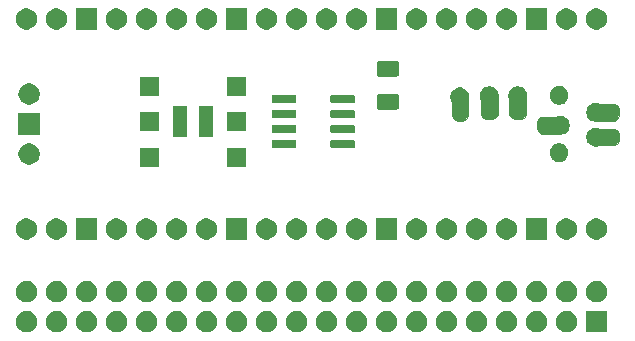
<source format=gbr>
G04 #@! TF.GenerationSoftware,KiCad,Pcbnew,5.1.5+dfsg1-2build2*
G04 #@! TF.CreationDate,2023-09-14T16:19:52+02:00*
G04 #@! TF.ProjectId,CCS_pico_board_2,4343535f-7069-4636-9f5f-626f6172645f,rev?*
G04 #@! TF.SameCoordinates,Original*
G04 #@! TF.FileFunction,Soldermask,Bot*
G04 #@! TF.FilePolarity,Negative*
%FSLAX46Y46*%
G04 Gerber Fmt 4.6, Leading zero omitted, Abs format (unit mm)*
G04 Created by KiCad (PCBNEW 5.1.5+dfsg1-2build2) date 2023-09-14 16:19:52*
%MOMM*%
%LPD*%
G04 APERTURE LIST*
%ADD10C,0.100000*%
G04 APERTURE END LIST*
D10*
G36*
X76100000Y-87600000D02*
G01*
X76400000Y-87800000D01*
X76700000Y-87800000D01*
X76700000Y-86400000D01*
X76400000Y-86400000D01*
X76100000Y-86600000D01*
X76000000Y-86900000D01*
X76000000Y-87300000D01*
X76100000Y-87600000D01*
G37*
X76100000Y-87600000D02*
X76400000Y-87800000D01*
X76700000Y-87800000D01*
X76700000Y-86400000D01*
X76400000Y-86400000D01*
X76100000Y-86600000D01*
X76000000Y-86900000D01*
X76000000Y-87300000D01*
X76100000Y-87600000D01*
G36*
X78000000Y-87800000D02*
G01*
X78000000Y-86400000D01*
X76700000Y-86400000D01*
X76700000Y-87800000D01*
X78000000Y-87800000D01*
G37*
X78000000Y-87800000D02*
X78000000Y-86400000D01*
X76700000Y-86400000D01*
X76700000Y-87800000D01*
X78000000Y-87800000D01*
G36*
X75100000Y-84600000D02*
G01*
X73700000Y-84600000D01*
X73700000Y-85900000D01*
X75100000Y-85900000D01*
X75100000Y-84600000D01*
G37*
X75100000Y-84600000D02*
X73700000Y-84600000D01*
X73700000Y-85900000D01*
X75100000Y-85900000D01*
X75100000Y-84600000D01*
G36*
X74900000Y-86500000D02*
G01*
X75100000Y-86200000D01*
X75100000Y-85900000D01*
X73700000Y-85900000D01*
X73700000Y-86200000D01*
X73900000Y-86500000D01*
X74200000Y-86600000D01*
X74600000Y-86600000D01*
X74900000Y-86500000D01*
G37*
X74900000Y-86500000D02*
X75100000Y-86200000D01*
X75100000Y-85900000D01*
X73700000Y-85900000D01*
X73700000Y-86200000D01*
X73900000Y-86500000D01*
X74200000Y-86600000D01*
X74600000Y-86600000D01*
X74900000Y-86500000D01*
G36*
X72500000Y-86500000D02*
G01*
X72700000Y-86200000D01*
X72700000Y-85900000D01*
X71300000Y-85900000D01*
X71300000Y-86200000D01*
X71500000Y-86500000D01*
X71800000Y-86600000D01*
X72200000Y-86600000D01*
X72500000Y-86500000D01*
G37*
X72500000Y-86500000D02*
X72700000Y-86200000D01*
X72700000Y-85900000D01*
X71300000Y-85900000D01*
X71300000Y-86200000D01*
X71500000Y-86500000D01*
X71800000Y-86600000D01*
X72200000Y-86600000D01*
X72500000Y-86500000D01*
G36*
X72700000Y-84600000D02*
G01*
X71300000Y-84600000D01*
X71300000Y-85900000D01*
X72700000Y-85900000D01*
X72700000Y-84600000D01*
G37*
X72700000Y-84600000D02*
X71300000Y-84600000D01*
X71300000Y-85900000D01*
X72700000Y-85900000D01*
X72700000Y-84600000D01*
G36*
X82900000Y-85500000D02*
G01*
X82600000Y-85300000D01*
X82300000Y-85300000D01*
X82300000Y-86700000D01*
X82600000Y-86700000D01*
X82900000Y-86500000D01*
X83000000Y-86200000D01*
X83000000Y-85800000D01*
X82900000Y-85500000D01*
G37*
X82900000Y-85500000D02*
X82600000Y-85300000D01*
X82300000Y-85300000D01*
X82300000Y-86700000D01*
X82600000Y-86700000D01*
X82900000Y-86500000D01*
X83000000Y-86200000D01*
X83000000Y-85800000D01*
X82900000Y-85500000D01*
G36*
X81000000Y-85300000D02*
G01*
X81000000Y-86700000D01*
X82300000Y-86700000D01*
X82300000Y-85300000D01*
X81000000Y-85300000D01*
G37*
X81000000Y-85300000D02*
X81000000Y-86700000D01*
X82300000Y-86700000D01*
X82300000Y-85300000D01*
X81000000Y-85300000D01*
G36*
X82900000Y-87600000D02*
G01*
X82600000Y-87400000D01*
X82300000Y-87400000D01*
X82300000Y-88800000D01*
X82600000Y-88800000D01*
X82900000Y-88600000D01*
X83000000Y-88300000D01*
X83000000Y-87900000D01*
X82900000Y-87600000D01*
G37*
X82900000Y-87600000D02*
X82600000Y-87400000D01*
X82300000Y-87400000D01*
X82300000Y-88800000D01*
X82600000Y-88800000D01*
X82900000Y-88600000D01*
X83000000Y-88300000D01*
X83000000Y-87900000D01*
X82900000Y-87600000D01*
G36*
X81000000Y-87400000D02*
G01*
X81000000Y-88800000D01*
X82300000Y-88800000D01*
X82300000Y-87400000D01*
X81000000Y-87400000D01*
G37*
X81000000Y-87400000D02*
X81000000Y-88800000D01*
X82300000Y-88800000D01*
X82300000Y-87400000D01*
X81000000Y-87400000D01*
G36*
X70000000Y-86600000D02*
G01*
X70200000Y-86300000D01*
X70200000Y-86000000D01*
X68800000Y-86000000D01*
X68800000Y-86300000D01*
X69000000Y-86600000D01*
X69300000Y-86700000D01*
X69700000Y-86700000D01*
X70000000Y-86600000D01*
G37*
X70000000Y-86600000D02*
X70200000Y-86300000D01*
X70200000Y-86000000D01*
X68800000Y-86000000D01*
X68800000Y-86300000D01*
X69000000Y-86600000D01*
X69300000Y-86700000D01*
X69700000Y-86700000D01*
X70000000Y-86600000D01*
G36*
X70200000Y-84700000D02*
G01*
X68800000Y-84700000D01*
X68800000Y-86000000D01*
X70200000Y-86000000D01*
X70200000Y-84700000D01*
G37*
X70200000Y-84700000D02*
X68800000Y-84700000D01*
X68800000Y-86000000D01*
X70200000Y-86000000D01*
X70200000Y-84700000D01*
G36*
X32928512Y-102828927D02*
G01*
X33077812Y-102858624D01*
X33241784Y-102926544D01*
X33389354Y-103025147D01*
X33514853Y-103150646D01*
X33613456Y-103298216D01*
X33681376Y-103462188D01*
X33716000Y-103636259D01*
X33716000Y-103813741D01*
X33681376Y-103987812D01*
X33613456Y-104151784D01*
X33514853Y-104299354D01*
X33389354Y-104424853D01*
X33241784Y-104523456D01*
X33077812Y-104591376D01*
X32928512Y-104621073D01*
X32903742Y-104626000D01*
X32726258Y-104626000D01*
X32701488Y-104621073D01*
X32552188Y-104591376D01*
X32388216Y-104523456D01*
X32240646Y-104424853D01*
X32115147Y-104299354D01*
X32016544Y-104151784D01*
X31948624Y-103987812D01*
X31914000Y-103813741D01*
X31914000Y-103636259D01*
X31948624Y-103462188D01*
X32016544Y-103298216D01*
X32115147Y-103150646D01*
X32240646Y-103025147D01*
X32388216Y-102926544D01*
X32552188Y-102858624D01*
X32701488Y-102828927D01*
X32726258Y-102824000D01*
X32903742Y-102824000D01*
X32928512Y-102828927D01*
G37*
G36*
X58328512Y-102828927D02*
G01*
X58477812Y-102858624D01*
X58641784Y-102926544D01*
X58789354Y-103025147D01*
X58914853Y-103150646D01*
X59013456Y-103298216D01*
X59081376Y-103462188D01*
X59116000Y-103636259D01*
X59116000Y-103813741D01*
X59081376Y-103987812D01*
X59013456Y-104151784D01*
X58914853Y-104299354D01*
X58789354Y-104424853D01*
X58641784Y-104523456D01*
X58477812Y-104591376D01*
X58328512Y-104621073D01*
X58303742Y-104626000D01*
X58126258Y-104626000D01*
X58101488Y-104621073D01*
X57952188Y-104591376D01*
X57788216Y-104523456D01*
X57640646Y-104424853D01*
X57515147Y-104299354D01*
X57416544Y-104151784D01*
X57348624Y-103987812D01*
X57314000Y-103813741D01*
X57314000Y-103636259D01*
X57348624Y-103462188D01*
X57416544Y-103298216D01*
X57515147Y-103150646D01*
X57640646Y-103025147D01*
X57788216Y-102926544D01*
X57952188Y-102858624D01*
X58101488Y-102828927D01*
X58126258Y-102824000D01*
X58303742Y-102824000D01*
X58328512Y-102828927D01*
G37*
G36*
X81976000Y-104626000D02*
G01*
X80174000Y-104626000D01*
X80174000Y-102824000D01*
X81976000Y-102824000D01*
X81976000Y-104626000D01*
G37*
G36*
X76108512Y-102828927D02*
G01*
X76257812Y-102858624D01*
X76421784Y-102926544D01*
X76569354Y-103025147D01*
X76694853Y-103150646D01*
X76793456Y-103298216D01*
X76861376Y-103462188D01*
X76896000Y-103636259D01*
X76896000Y-103813741D01*
X76861376Y-103987812D01*
X76793456Y-104151784D01*
X76694853Y-104299354D01*
X76569354Y-104424853D01*
X76421784Y-104523456D01*
X76257812Y-104591376D01*
X76108512Y-104621073D01*
X76083742Y-104626000D01*
X75906258Y-104626000D01*
X75881488Y-104621073D01*
X75732188Y-104591376D01*
X75568216Y-104523456D01*
X75420646Y-104424853D01*
X75295147Y-104299354D01*
X75196544Y-104151784D01*
X75128624Y-103987812D01*
X75094000Y-103813741D01*
X75094000Y-103636259D01*
X75128624Y-103462188D01*
X75196544Y-103298216D01*
X75295147Y-103150646D01*
X75420646Y-103025147D01*
X75568216Y-102926544D01*
X75732188Y-102858624D01*
X75881488Y-102828927D01*
X75906258Y-102824000D01*
X76083742Y-102824000D01*
X76108512Y-102828927D01*
G37*
G36*
X73568512Y-102828927D02*
G01*
X73717812Y-102858624D01*
X73881784Y-102926544D01*
X74029354Y-103025147D01*
X74154853Y-103150646D01*
X74253456Y-103298216D01*
X74321376Y-103462188D01*
X74356000Y-103636259D01*
X74356000Y-103813741D01*
X74321376Y-103987812D01*
X74253456Y-104151784D01*
X74154853Y-104299354D01*
X74029354Y-104424853D01*
X73881784Y-104523456D01*
X73717812Y-104591376D01*
X73568512Y-104621073D01*
X73543742Y-104626000D01*
X73366258Y-104626000D01*
X73341488Y-104621073D01*
X73192188Y-104591376D01*
X73028216Y-104523456D01*
X72880646Y-104424853D01*
X72755147Y-104299354D01*
X72656544Y-104151784D01*
X72588624Y-103987812D01*
X72554000Y-103813741D01*
X72554000Y-103636259D01*
X72588624Y-103462188D01*
X72656544Y-103298216D01*
X72755147Y-103150646D01*
X72880646Y-103025147D01*
X73028216Y-102926544D01*
X73192188Y-102858624D01*
X73341488Y-102828927D01*
X73366258Y-102824000D01*
X73543742Y-102824000D01*
X73568512Y-102828927D01*
G37*
G36*
X71028512Y-102828927D02*
G01*
X71177812Y-102858624D01*
X71341784Y-102926544D01*
X71489354Y-103025147D01*
X71614853Y-103150646D01*
X71713456Y-103298216D01*
X71781376Y-103462188D01*
X71816000Y-103636259D01*
X71816000Y-103813741D01*
X71781376Y-103987812D01*
X71713456Y-104151784D01*
X71614853Y-104299354D01*
X71489354Y-104424853D01*
X71341784Y-104523456D01*
X71177812Y-104591376D01*
X71028512Y-104621073D01*
X71003742Y-104626000D01*
X70826258Y-104626000D01*
X70801488Y-104621073D01*
X70652188Y-104591376D01*
X70488216Y-104523456D01*
X70340646Y-104424853D01*
X70215147Y-104299354D01*
X70116544Y-104151784D01*
X70048624Y-103987812D01*
X70014000Y-103813741D01*
X70014000Y-103636259D01*
X70048624Y-103462188D01*
X70116544Y-103298216D01*
X70215147Y-103150646D01*
X70340646Y-103025147D01*
X70488216Y-102926544D01*
X70652188Y-102858624D01*
X70801488Y-102828927D01*
X70826258Y-102824000D01*
X71003742Y-102824000D01*
X71028512Y-102828927D01*
G37*
G36*
X68488512Y-102828927D02*
G01*
X68637812Y-102858624D01*
X68801784Y-102926544D01*
X68949354Y-103025147D01*
X69074853Y-103150646D01*
X69173456Y-103298216D01*
X69241376Y-103462188D01*
X69276000Y-103636259D01*
X69276000Y-103813741D01*
X69241376Y-103987812D01*
X69173456Y-104151784D01*
X69074853Y-104299354D01*
X68949354Y-104424853D01*
X68801784Y-104523456D01*
X68637812Y-104591376D01*
X68488512Y-104621073D01*
X68463742Y-104626000D01*
X68286258Y-104626000D01*
X68261488Y-104621073D01*
X68112188Y-104591376D01*
X67948216Y-104523456D01*
X67800646Y-104424853D01*
X67675147Y-104299354D01*
X67576544Y-104151784D01*
X67508624Y-103987812D01*
X67474000Y-103813741D01*
X67474000Y-103636259D01*
X67508624Y-103462188D01*
X67576544Y-103298216D01*
X67675147Y-103150646D01*
X67800646Y-103025147D01*
X67948216Y-102926544D01*
X68112188Y-102858624D01*
X68261488Y-102828927D01*
X68286258Y-102824000D01*
X68463742Y-102824000D01*
X68488512Y-102828927D01*
G37*
G36*
X65948512Y-102828927D02*
G01*
X66097812Y-102858624D01*
X66261784Y-102926544D01*
X66409354Y-103025147D01*
X66534853Y-103150646D01*
X66633456Y-103298216D01*
X66701376Y-103462188D01*
X66736000Y-103636259D01*
X66736000Y-103813741D01*
X66701376Y-103987812D01*
X66633456Y-104151784D01*
X66534853Y-104299354D01*
X66409354Y-104424853D01*
X66261784Y-104523456D01*
X66097812Y-104591376D01*
X65948512Y-104621073D01*
X65923742Y-104626000D01*
X65746258Y-104626000D01*
X65721488Y-104621073D01*
X65572188Y-104591376D01*
X65408216Y-104523456D01*
X65260646Y-104424853D01*
X65135147Y-104299354D01*
X65036544Y-104151784D01*
X64968624Y-103987812D01*
X64934000Y-103813741D01*
X64934000Y-103636259D01*
X64968624Y-103462188D01*
X65036544Y-103298216D01*
X65135147Y-103150646D01*
X65260646Y-103025147D01*
X65408216Y-102926544D01*
X65572188Y-102858624D01*
X65721488Y-102828927D01*
X65746258Y-102824000D01*
X65923742Y-102824000D01*
X65948512Y-102828927D01*
G37*
G36*
X63408512Y-102828927D02*
G01*
X63557812Y-102858624D01*
X63721784Y-102926544D01*
X63869354Y-103025147D01*
X63994853Y-103150646D01*
X64093456Y-103298216D01*
X64161376Y-103462188D01*
X64196000Y-103636259D01*
X64196000Y-103813741D01*
X64161376Y-103987812D01*
X64093456Y-104151784D01*
X63994853Y-104299354D01*
X63869354Y-104424853D01*
X63721784Y-104523456D01*
X63557812Y-104591376D01*
X63408512Y-104621073D01*
X63383742Y-104626000D01*
X63206258Y-104626000D01*
X63181488Y-104621073D01*
X63032188Y-104591376D01*
X62868216Y-104523456D01*
X62720646Y-104424853D01*
X62595147Y-104299354D01*
X62496544Y-104151784D01*
X62428624Y-103987812D01*
X62394000Y-103813741D01*
X62394000Y-103636259D01*
X62428624Y-103462188D01*
X62496544Y-103298216D01*
X62595147Y-103150646D01*
X62720646Y-103025147D01*
X62868216Y-102926544D01*
X63032188Y-102858624D01*
X63181488Y-102828927D01*
X63206258Y-102824000D01*
X63383742Y-102824000D01*
X63408512Y-102828927D01*
G37*
G36*
X60868512Y-102828927D02*
G01*
X61017812Y-102858624D01*
X61181784Y-102926544D01*
X61329354Y-103025147D01*
X61454853Y-103150646D01*
X61553456Y-103298216D01*
X61621376Y-103462188D01*
X61656000Y-103636259D01*
X61656000Y-103813741D01*
X61621376Y-103987812D01*
X61553456Y-104151784D01*
X61454853Y-104299354D01*
X61329354Y-104424853D01*
X61181784Y-104523456D01*
X61017812Y-104591376D01*
X60868512Y-104621073D01*
X60843742Y-104626000D01*
X60666258Y-104626000D01*
X60641488Y-104621073D01*
X60492188Y-104591376D01*
X60328216Y-104523456D01*
X60180646Y-104424853D01*
X60055147Y-104299354D01*
X59956544Y-104151784D01*
X59888624Y-103987812D01*
X59854000Y-103813741D01*
X59854000Y-103636259D01*
X59888624Y-103462188D01*
X59956544Y-103298216D01*
X60055147Y-103150646D01*
X60180646Y-103025147D01*
X60328216Y-102926544D01*
X60492188Y-102858624D01*
X60641488Y-102828927D01*
X60666258Y-102824000D01*
X60843742Y-102824000D01*
X60868512Y-102828927D01*
G37*
G36*
X78648512Y-102828927D02*
G01*
X78797812Y-102858624D01*
X78961784Y-102926544D01*
X79109354Y-103025147D01*
X79234853Y-103150646D01*
X79333456Y-103298216D01*
X79401376Y-103462188D01*
X79436000Y-103636259D01*
X79436000Y-103813741D01*
X79401376Y-103987812D01*
X79333456Y-104151784D01*
X79234853Y-104299354D01*
X79109354Y-104424853D01*
X78961784Y-104523456D01*
X78797812Y-104591376D01*
X78648512Y-104621073D01*
X78623742Y-104626000D01*
X78446258Y-104626000D01*
X78421488Y-104621073D01*
X78272188Y-104591376D01*
X78108216Y-104523456D01*
X77960646Y-104424853D01*
X77835147Y-104299354D01*
X77736544Y-104151784D01*
X77668624Y-103987812D01*
X77634000Y-103813741D01*
X77634000Y-103636259D01*
X77668624Y-103462188D01*
X77736544Y-103298216D01*
X77835147Y-103150646D01*
X77960646Y-103025147D01*
X78108216Y-102926544D01*
X78272188Y-102858624D01*
X78421488Y-102828927D01*
X78446258Y-102824000D01*
X78623742Y-102824000D01*
X78648512Y-102828927D01*
G37*
G36*
X53248512Y-102828927D02*
G01*
X53397812Y-102858624D01*
X53561784Y-102926544D01*
X53709354Y-103025147D01*
X53834853Y-103150646D01*
X53933456Y-103298216D01*
X54001376Y-103462188D01*
X54036000Y-103636259D01*
X54036000Y-103813741D01*
X54001376Y-103987812D01*
X53933456Y-104151784D01*
X53834853Y-104299354D01*
X53709354Y-104424853D01*
X53561784Y-104523456D01*
X53397812Y-104591376D01*
X53248512Y-104621073D01*
X53223742Y-104626000D01*
X53046258Y-104626000D01*
X53021488Y-104621073D01*
X52872188Y-104591376D01*
X52708216Y-104523456D01*
X52560646Y-104424853D01*
X52435147Y-104299354D01*
X52336544Y-104151784D01*
X52268624Y-103987812D01*
X52234000Y-103813741D01*
X52234000Y-103636259D01*
X52268624Y-103462188D01*
X52336544Y-103298216D01*
X52435147Y-103150646D01*
X52560646Y-103025147D01*
X52708216Y-102926544D01*
X52872188Y-102858624D01*
X53021488Y-102828927D01*
X53046258Y-102824000D01*
X53223742Y-102824000D01*
X53248512Y-102828927D01*
G37*
G36*
X50708512Y-102828927D02*
G01*
X50857812Y-102858624D01*
X51021784Y-102926544D01*
X51169354Y-103025147D01*
X51294853Y-103150646D01*
X51393456Y-103298216D01*
X51461376Y-103462188D01*
X51496000Y-103636259D01*
X51496000Y-103813741D01*
X51461376Y-103987812D01*
X51393456Y-104151784D01*
X51294853Y-104299354D01*
X51169354Y-104424853D01*
X51021784Y-104523456D01*
X50857812Y-104591376D01*
X50708512Y-104621073D01*
X50683742Y-104626000D01*
X50506258Y-104626000D01*
X50481488Y-104621073D01*
X50332188Y-104591376D01*
X50168216Y-104523456D01*
X50020646Y-104424853D01*
X49895147Y-104299354D01*
X49796544Y-104151784D01*
X49728624Y-103987812D01*
X49694000Y-103813741D01*
X49694000Y-103636259D01*
X49728624Y-103462188D01*
X49796544Y-103298216D01*
X49895147Y-103150646D01*
X50020646Y-103025147D01*
X50168216Y-102926544D01*
X50332188Y-102858624D01*
X50481488Y-102828927D01*
X50506258Y-102824000D01*
X50683742Y-102824000D01*
X50708512Y-102828927D01*
G37*
G36*
X48168512Y-102828927D02*
G01*
X48317812Y-102858624D01*
X48481784Y-102926544D01*
X48629354Y-103025147D01*
X48754853Y-103150646D01*
X48853456Y-103298216D01*
X48921376Y-103462188D01*
X48956000Y-103636259D01*
X48956000Y-103813741D01*
X48921376Y-103987812D01*
X48853456Y-104151784D01*
X48754853Y-104299354D01*
X48629354Y-104424853D01*
X48481784Y-104523456D01*
X48317812Y-104591376D01*
X48168512Y-104621073D01*
X48143742Y-104626000D01*
X47966258Y-104626000D01*
X47941488Y-104621073D01*
X47792188Y-104591376D01*
X47628216Y-104523456D01*
X47480646Y-104424853D01*
X47355147Y-104299354D01*
X47256544Y-104151784D01*
X47188624Y-103987812D01*
X47154000Y-103813741D01*
X47154000Y-103636259D01*
X47188624Y-103462188D01*
X47256544Y-103298216D01*
X47355147Y-103150646D01*
X47480646Y-103025147D01*
X47628216Y-102926544D01*
X47792188Y-102858624D01*
X47941488Y-102828927D01*
X47966258Y-102824000D01*
X48143742Y-102824000D01*
X48168512Y-102828927D01*
G37*
G36*
X45628512Y-102828927D02*
G01*
X45777812Y-102858624D01*
X45941784Y-102926544D01*
X46089354Y-103025147D01*
X46214853Y-103150646D01*
X46313456Y-103298216D01*
X46381376Y-103462188D01*
X46416000Y-103636259D01*
X46416000Y-103813741D01*
X46381376Y-103987812D01*
X46313456Y-104151784D01*
X46214853Y-104299354D01*
X46089354Y-104424853D01*
X45941784Y-104523456D01*
X45777812Y-104591376D01*
X45628512Y-104621073D01*
X45603742Y-104626000D01*
X45426258Y-104626000D01*
X45401488Y-104621073D01*
X45252188Y-104591376D01*
X45088216Y-104523456D01*
X44940646Y-104424853D01*
X44815147Y-104299354D01*
X44716544Y-104151784D01*
X44648624Y-103987812D01*
X44614000Y-103813741D01*
X44614000Y-103636259D01*
X44648624Y-103462188D01*
X44716544Y-103298216D01*
X44815147Y-103150646D01*
X44940646Y-103025147D01*
X45088216Y-102926544D01*
X45252188Y-102858624D01*
X45401488Y-102828927D01*
X45426258Y-102824000D01*
X45603742Y-102824000D01*
X45628512Y-102828927D01*
G37*
G36*
X43088512Y-102828927D02*
G01*
X43237812Y-102858624D01*
X43401784Y-102926544D01*
X43549354Y-103025147D01*
X43674853Y-103150646D01*
X43773456Y-103298216D01*
X43841376Y-103462188D01*
X43876000Y-103636259D01*
X43876000Y-103813741D01*
X43841376Y-103987812D01*
X43773456Y-104151784D01*
X43674853Y-104299354D01*
X43549354Y-104424853D01*
X43401784Y-104523456D01*
X43237812Y-104591376D01*
X43088512Y-104621073D01*
X43063742Y-104626000D01*
X42886258Y-104626000D01*
X42861488Y-104621073D01*
X42712188Y-104591376D01*
X42548216Y-104523456D01*
X42400646Y-104424853D01*
X42275147Y-104299354D01*
X42176544Y-104151784D01*
X42108624Y-103987812D01*
X42074000Y-103813741D01*
X42074000Y-103636259D01*
X42108624Y-103462188D01*
X42176544Y-103298216D01*
X42275147Y-103150646D01*
X42400646Y-103025147D01*
X42548216Y-102926544D01*
X42712188Y-102858624D01*
X42861488Y-102828927D01*
X42886258Y-102824000D01*
X43063742Y-102824000D01*
X43088512Y-102828927D01*
G37*
G36*
X40548512Y-102828927D02*
G01*
X40697812Y-102858624D01*
X40861784Y-102926544D01*
X41009354Y-103025147D01*
X41134853Y-103150646D01*
X41233456Y-103298216D01*
X41301376Y-103462188D01*
X41336000Y-103636259D01*
X41336000Y-103813741D01*
X41301376Y-103987812D01*
X41233456Y-104151784D01*
X41134853Y-104299354D01*
X41009354Y-104424853D01*
X40861784Y-104523456D01*
X40697812Y-104591376D01*
X40548512Y-104621073D01*
X40523742Y-104626000D01*
X40346258Y-104626000D01*
X40321488Y-104621073D01*
X40172188Y-104591376D01*
X40008216Y-104523456D01*
X39860646Y-104424853D01*
X39735147Y-104299354D01*
X39636544Y-104151784D01*
X39568624Y-103987812D01*
X39534000Y-103813741D01*
X39534000Y-103636259D01*
X39568624Y-103462188D01*
X39636544Y-103298216D01*
X39735147Y-103150646D01*
X39860646Y-103025147D01*
X40008216Y-102926544D01*
X40172188Y-102858624D01*
X40321488Y-102828927D01*
X40346258Y-102824000D01*
X40523742Y-102824000D01*
X40548512Y-102828927D01*
G37*
G36*
X38008512Y-102828927D02*
G01*
X38157812Y-102858624D01*
X38321784Y-102926544D01*
X38469354Y-103025147D01*
X38594853Y-103150646D01*
X38693456Y-103298216D01*
X38761376Y-103462188D01*
X38796000Y-103636259D01*
X38796000Y-103813741D01*
X38761376Y-103987812D01*
X38693456Y-104151784D01*
X38594853Y-104299354D01*
X38469354Y-104424853D01*
X38321784Y-104523456D01*
X38157812Y-104591376D01*
X38008512Y-104621073D01*
X37983742Y-104626000D01*
X37806258Y-104626000D01*
X37781488Y-104621073D01*
X37632188Y-104591376D01*
X37468216Y-104523456D01*
X37320646Y-104424853D01*
X37195147Y-104299354D01*
X37096544Y-104151784D01*
X37028624Y-103987812D01*
X36994000Y-103813741D01*
X36994000Y-103636259D01*
X37028624Y-103462188D01*
X37096544Y-103298216D01*
X37195147Y-103150646D01*
X37320646Y-103025147D01*
X37468216Y-102926544D01*
X37632188Y-102858624D01*
X37781488Y-102828927D01*
X37806258Y-102824000D01*
X37983742Y-102824000D01*
X38008512Y-102828927D01*
G37*
G36*
X35468512Y-102828927D02*
G01*
X35617812Y-102858624D01*
X35781784Y-102926544D01*
X35929354Y-103025147D01*
X36054853Y-103150646D01*
X36153456Y-103298216D01*
X36221376Y-103462188D01*
X36256000Y-103636259D01*
X36256000Y-103813741D01*
X36221376Y-103987812D01*
X36153456Y-104151784D01*
X36054853Y-104299354D01*
X35929354Y-104424853D01*
X35781784Y-104523456D01*
X35617812Y-104591376D01*
X35468512Y-104621073D01*
X35443742Y-104626000D01*
X35266258Y-104626000D01*
X35241488Y-104621073D01*
X35092188Y-104591376D01*
X34928216Y-104523456D01*
X34780646Y-104424853D01*
X34655147Y-104299354D01*
X34556544Y-104151784D01*
X34488624Y-103987812D01*
X34454000Y-103813741D01*
X34454000Y-103636259D01*
X34488624Y-103462188D01*
X34556544Y-103298216D01*
X34655147Y-103150646D01*
X34780646Y-103025147D01*
X34928216Y-102926544D01*
X35092188Y-102858624D01*
X35241488Y-102828927D01*
X35266258Y-102824000D01*
X35443742Y-102824000D01*
X35468512Y-102828927D01*
G37*
G36*
X55788512Y-102828927D02*
G01*
X55937812Y-102858624D01*
X56101784Y-102926544D01*
X56249354Y-103025147D01*
X56374853Y-103150646D01*
X56473456Y-103298216D01*
X56541376Y-103462188D01*
X56576000Y-103636259D01*
X56576000Y-103813741D01*
X56541376Y-103987812D01*
X56473456Y-104151784D01*
X56374853Y-104299354D01*
X56249354Y-104424853D01*
X56101784Y-104523456D01*
X55937812Y-104591376D01*
X55788512Y-104621073D01*
X55763742Y-104626000D01*
X55586258Y-104626000D01*
X55561488Y-104621073D01*
X55412188Y-104591376D01*
X55248216Y-104523456D01*
X55100646Y-104424853D01*
X54975147Y-104299354D01*
X54876544Y-104151784D01*
X54808624Y-103987812D01*
X54774000Y-103813741D01*
X54774000Y-103636259D01*
X54808624Y-103462188D01*
X54876544Y-103298216D01*
X54975147Y-103150646D01*
X55100646Y-103025147D01*
X55248216Y-102926544D01*
X55412188Y-102858624D01*
X55561488Y-102828927D01*
X55586258Y-102824000D01*
X55763742Y-102824000D01*
X55788512Y-102828927D01*
G37*
G36*
X55788512Y-100288927D02*
G01*
X55937812Y-100318624D01*
X56101784Y-100386544D01*
X56249354Y-100485147D01*
X56374853Y-100610646D01*
X56473456Y-100758216D01*
X56541376Y-100922188D01*
X56576000Y-101096259D01*
X56576000Y-101273741D01*
X56541376Y-101447812D01*
X56473456Y-101611784D01*
X56374853Y-101759354D01*
X56249354Y-101884853D01*
X56101784Y-101983456D01*
X55937812Y-102051376D01*
X55788512Y-102081073D01*
X55763742Y-102086000D01*
X55586258Y-102086000D01*
X55561488Y-102081073D01*
X55412188Y-102051376D01*
X55248216Y-101983456D01*
X55100646Y-101884853D01*
X54975147Y-101759354D01*
X54876544Y-101611784D01*
X54808624Y-101447812D01*
X54774000Y-101273741D01*
X54774000Y-101096259D01*
X54808624Y-100922188D01*
X54876544Y-100758216D01*
X54975147Y-100610646D01*
X55100646Y-100485147D01*
X55248216Y-100386544D01*
X55412188Y-100318624D01*
X55561488Y-100288927D01*
X55586258Y-100284000D01*
X55763742Y-100284000D01*
X55788512Y-100288927D01*
G37*
G36*
X58328512Y-100288927D02*
G01*
X58477812Y-100318624D01*
X58641784Y-100386544D01*
X58789354Y-100485147D01*
X58914853Y-100610646D01*
X59013456Y-100758216D01*
X59081376Y-100922188D01*
X59116000Y-101096259D01*
X59116000Y-101273741D01*
X59081376Y-101447812D01*
X59013456Y-101611784D01*
X58914853Y-101759354D01*
X58789354Y-101884853D01*
X58641784Y-101983456D01*
X58477812Y-102051376D01*
X58328512Y-102081073D01*
X58303742Y-102086000D01*
X58126258Y-102086000D01*
X58101488Y-102081073D01*
X57952188Y-102051376D01*
X57788216Y-101983456D01*
X57640646Y-101884853D01*
X57515147Y-101759354D01*
X57416544Y-101611784D01*
X57348624Y-101447812D01*
X57314000Y-101273741D01*
X57314000Y-101096259D01*
X57348624Y-100922188D01*
X57416544Y-100758216D01*
X57515147Y-100610646D01*
X57640646Y-100485147D01*
X57788216Y-100386544D01*
X57952188Y-100318624D01*
X58101488Y-100288927D01*
X58126258Y-100284000D01*
X58303742Y-100284000D01*
X58328512Y-100288927D01*
G37*
G36*
X60868512Y-100288927D02*
G01*
X61017812Y-100318624D01*
X61181784Y-100386544D01*
X61329354Y-100485147D01*
X61454853Y-100610646D01*
X61553456Y-100758216D01*
X61621376Y-100922188D01*
X61656000Y-101096259D01*
X61656000Y-101273741D01*
X61621376Y-101447812D01*
X61553456Y-101611784D01*
X61454853Y-101759354D01*
X61329354Y-101884853D01*
X61181784Y-101983456D01*
X61017812Y-102051376D01*
X60868512Y-102081073D01*
X60843742Y-102086000D01*
X60666258Y-102086000D01*
X60641488Y-102081073D01*
X60492188Y-102051376D01*
X60328216Y-101983456D01*
X60180646Y-101884853D01*
X60055147Y-101759354D01*
X59956544Y-101611784D01*
X59888624Y-101447812D01*
X59854000Y-101273741D01*
X59854000Y-101096259D01*
X59888624Y-100922188D01*
X59956544Y-100758216D01*
X60055147Y-100610646D01*
X60180646Y-100485147D01*
X60328216Y-100386544D01*
X60492188Y-100318624D01*
X60641488Y-100288927D01*
X60666258Y-100284000D01*
X60843742Y-100284000D01*
X60868512Y-100288927D01*
G37*
G36*
X63408512Y-100288927D02*
G01*
X63557812Y-100318624D01*
X63721784Y-100386544D01*
X63869354Y-100485147D01*
X63994853Y-100610646D01*
X64093456Y-100758216D01*
X64161376Y-100922188D01*
X64196000Y-101096259D01*
X64196000Y-101273741D01*
X64161376Y-101447812D01*
X64093456Y-101611784D01*
X63994853Y-101759354D01*
X63869354Y-101884853D01*
X63721784Y-101983456D01*
X63557812Y-102051376D01*
X63408512Y-102081073D01*
X63383742Y-102086000D01*
X63206258Y-102086000D01*
X63181488Y-102081073D01*
X63032188Y-102051376D01*
X62868216Y-101983456D01*
X62720646Y-101884853D01*
X62595147Y-101759354D01*
X62496544Y-101611784D01*
X62428624Y-101447812D01*
X62394000Y-101273741D01*
X62394000Y-101096259D01*
X62428624Y-100922188D01*
X62496544Y-100758216D01*
X62595147Y-100610646D01*
X62720646Y-100485147D01*
X62868216Y-100386544D01*
X63032188Y-100318624D01*
X63181488Y-100288927D01*
X63206258Y-100284000D01*
X63383742Y-100284000D01*
X63408512Y-100288927D01*
G37*
G36*
X65948512Y-100288927D02*
G01*
X66097812Y-100318624D01*
X66261784Y-100386544D01*
X66409354Y-100485147D01*
X66534853Y-100610646D01*
X66633456Y-100758216D01*
X66701376Y-100922188D01*
X66736000Y-101096259D01*
X66736000Y-101273741D01*
X66701376Y-101447812D01*
X66633456Y-101611784D01*
X66534853Y-101759354D01*
X66409354Y-101884853D01*
X66261784Y-101983456D01*
X66097812Y-102051376D01*
X65948512Y-102081073D01*
X65923742Y-102086000D01*
X65746258Y-102086000D01*
X65721488Y-102081073D01*
X65572188Y-102051376D01*
X65408216Y-101983456D01*
X65260646Y-101884853D01*
X65135147Y-101759354D01*
X65036544Y-101611784D01*
X64968624Y-101447812D01*
X64934000Y-101273741D01*
X64934000Y-101096259D01*
X64968624Y-100922188D01*
X65036544Y-100758216D01*
X65135147Y-100610646D01*
X65260646Y-100485147D01*
X65408216Y-100386544D01*
X65572188Y-100318624D01*
X65721488Y-100288927D01*
X65746258Y-100284000D01*
X65923742Y-100284000D01*
X65948512Y-100288927D01*
G37*
G36*
X68488512Y-100288927D02*
G01*
X68637812Y-100318624D01*
X68801784Y-100386544D01*
X68949354Y-100485147D01*
X69074853Y-100610646D01*
X69173456Y-100758216D01*
X69241376Y-100922188D01*
X69276000Y-101096259D01*
X69276000Y-101273741D01*
X69241376Y-101447812D01*
X69173456Y-101611784D01*
X69074853Y-101759354D01*
X68949354Y-101884853D01*
X68801784Y-101983456D01*
X68637812Y-102051376D01*
X68488512Y-102081073D01*
X68463742Y-102086000D01*
X68286258Y-102086000D01*
X68261488Y-102081073D01*
X68112188Y-102051376D01*
X67948216Y-101983456D01*
X67800646Y-101884853D01*
X67675147Y-101759354D01*
X67576544Y-101611784D01*
X67508624Y-101447812D01*
X67474000Y-101273741D01*
X67474000Y-101096259D01*
X67508624Y-100922188D01*
X67576544Y-100758216D01*
X67675147Y-100610646D01*
X67800646Y-100485147D01*
X67948216Y-100386544D01*
X68112188Y-100318624D01*
X68261488Y-100288927D01*
X68286258Y-100284000D01*
X68463742Y-100284000D01*
X68488512Y-100288927D01*
G37*
G36*
X71028512Y-100288927D02*
G01*
X71177812Y-100318624D01*
X71341784Y-100386544D01*
X71489354Y-100485147D01*
X71614853Y-100610646D01*
X71713456Y-100758216D01*
X71781376Y-100922188D01*
X71816000Y-101096259D01*
X71816000Y-101273741D01*
X71781376Y-101447812D01*
X71713456Y-101611784D01*
X71614853Y-101759354D01*
X71489354Y-101884853D01*
X71341784Y-101983456D01*
X71177812Y-102051376D01*
X71028512Y-102081073D01*
X71003742Y-102086000D01*
X70826258Y-102086000D01*
X70801488Y-102081073D01*
X70652188Y-102051376D01*
X70488216Y-101983456D01*
X70340646Y-101884853D01*
X70215147Y-101759354D01*
X70116544Y-101611784D01*
X70048624Y-101447812D01*
X70014000Y-101273741D01*
X70014000Y-101096259D01*
X70048624Y-100922188D01*
X70116544Y-100758216D01*
X70215147Y-100610646D01*
X70340646Y-100485147D01*
X70488216Y-100386544D01*
X70652188Y-100318624D01*
X70801488Y-100288927D01*
X70826258Y-100284000D01*
X71003742Y-100284000D01*
X71028512Y-100288927D01*
G37*
G36*
X73568512Y-100288927D02*
G01*
X73717812Y-100318624D01*
X73881784Y-100386544D01*
X74029354Y-100485147D01*
X74154853Y-100610646D01*
X74253456Y-100758216D01*
X74321376Y-100922188D01*
X74356000Y-101096259D01*
X74356000Y-101273741D01*
X74321376Y-101447812D01*
X74253456Y-101611784D01*
X74154853Y-101759354D01*
X74029354Y-101884853D01*
X73881784Y-101983456D01*
X73717812Y-102051376D01*
X73568512Y-102081073D01*
X73543742Y-102086000D01*
X73366258Y-102086000D01*
X73341488Y-102081073D01*
X73192188Y-102051376D01*
X73028216Y-101983456D01*
X72880646Y-101884853D01*
X72755147Y-101759354D01*
X72656544Y-101611784D01*
X72588624Y-101447812D01*
X72554000Y-101273741D01*
X72554000Y-101096259D01*
X72588624Y-100922188D01*
X72656544Y-100758216D01*
X72755147Y-100610646D01*
X72880646Y-100485147D01*
X73028216Y-100386544D01*
X73192188Y-100318624D01*
X73341488Y-100288927D01*
X73366258Y-100284000D01*
X73543742Y-100284000D01*
X73568512Y-100288927D01*
G37*
G36*
X78648512Y-100288927D02*
G01*
X78797812Y-100318624D01*
X78961784Y-100386544D01*
X79109354Y-100485147D01*
X79234853Y-100610646D01*
X79333456Y-100758216D01*
X79401376Y-100922188D01*
X79436000Y-101096259D01*
X79436000Y-101273741D01*
X79401376Y-101447812D01*
X79333456Y-101611784D01*
X79234853Y-101759354D01*
X79109354Y-101884853D01*
X78961784Y-101983456D01*
X78797812Y-102051376D01*
X78648512Y-102081073D01*
X78623742Y-102086000D01*
X78446258Y-102086000D01*
X78421488Y-102081073D01*
X78272188Y-102051376D01*
X78108216Y-101983456D01*
X77960646Y-101884853D01*
X77835147Y-101759354D01*
X77736544Y-101611784D01*
X77668624Y-101447812D01*
X77634000Y-101273741D01*
X77634000Y-101096259D01*
X77668624Y-100922188D01*
X77736544Y-100758216D01*
X77835147Y-100610646D01*
X77960646Y-100485147D01*
X78108216Y-100386544D01*
X78272188Y-100318624D01*
X78421488Y-100288927D01*
X78446258Y-100284000D01*
X78623742Y-100284000D01*
X78648512Y-100288927D01*
G37*
G36*
X81188512Y-100288927D02*
G01*
X81337812Y-100318624D01*
X81501784Y-100386544D01*
X81649354Y-100485147D01*
X81774853Y-100610646D01*
X81873456Y-100758216D01*
X81941376Y-100922188D01*
X81976000Y-101096259D01*
X81976000Y-101273741D01*
X81941376Y-101447812D01*
X81873456Y-101611784D01*
X81774853Y-101759354D01*
X81649354Y-101884853D01*
X81501784Y-101983456D01*
X81337812Y-102051376D01*
X81188512Y-102081073D01*
X81163742Y-102086000D01*
X80986258Y-102086000D01*
X80961488Y-102081073D01*
X80812188Y-102051376D01*
X80648216Y-101983456D01*
X80500646Y-101884853D01*
X80375147Y-101759354D01*
X80276544Y-101611784D01*
X80208624Y-101447812D01*
X80174000Y-101273741D01*
X80174000Y-101096259D01*
X80208624Y-100922188D01*
X80276544Y-100758216D01*
X80375147Y-100610646D01*
X80500646Y-100485147D01*
X80648216Y-100386544D01*
X80812188Y-100318624D01*
X80961488Y-100288927D01*
X80986258Y-100284000D01*
X81163742Y-100284000D01*
X81188512Y-100288927D01*
G37*
G36*
X50708512Y-100288927D02*
G01*
X50857812Y-100318624D01*
X51021784Y-100386544D01*
X51169354Y-100485147D01*
X51294853Y-100610646D01*
X51393456Y-100758216D01*
X51461376Y-100922188D01*
X51496000Y-101096259D01*
X51496000Y-101273741D01*
X51461376Y-101447812D01*
X51393456Y-101611784D01*
X51294853Y-101759354D01*
X51169354Y-101884853D01*
X51021784Y-101983456D01*
X50857812Y-102051376D01*
X50708512Y-102081073D01*
X50683742Y-102086000D01*
X50506258Y-102086000D01*
X50481488Y-102081073D01*
X50332188Y-102051376D01*
X50168216Y-101983456D01*
X50020646Y-101884853D01*
X49895147Y-101759354D01*
X49796544Y-101611784D01*
X49728624Y-101447812D01*
X49694000Y-101273741D01*
X49694000Y-101096259D01*
X49728624Y-100922188D01*
X49796544Y-100758216D01*
X49895147Y-100610646D01*
X50020646Y-100485147D01*
X50168216Y-100386544D01*
X50332188Y-100318624D01*
X50481488Y-100288927D01*
X50506258Y-100284000D01*
X50683742Y-100284000D01*
X50708512Y-100288927D01*
G37*
G36*
X32928512Y-100288927D02*
G01*
X33077812Y-100318624D01*
X33241784Y-100386544D01*
X33389354Y-100485147D01*
X33514853Y-100610646D01*
X33613456Y-100758216D01*
X33681376Y-100922188D01*
X33716000Y-101096259D01*
X33716000Y-101273741D01*
X33681376Y-101447812D01*
X33613456Y-101611784D01*
X33514853Y-101759354D01*
X33389354Y-101884853D01*
X33241784Y-101983456D01*
X33077812Y-102051376D01*
X32928512Y-102081073D01*
X32903742Y-102086000D01*
X32726258Y-102086000D01*
X32701488Y-102081073D01*
X32552188Y-102051376D01*
X32388216Y-101983456D01*
X32240646Y-101884853D01*
X32115147Y-101759354D01*
X32016544Y-101611784D01*
X31948624Y-101447812D01*
X31914000Y-101273741D01*
X31914000Y-101096259D01*
X31948624Y-100922188D01*
X32016544Y-100758216D01*
X32115147Y-100610646D01*
X32240646Y-100485147D01*
X32388216Y-100386544D01*
X32552188Y-100318624D01*
X32701488Y-100288927D01*
X32726258Y-100284000D01*
X32903742Y-100284000D01*
X32928512Y-100288927D01*
G37*
G36*
X48168512Y-100288927D02*
G01*
X48317812Y-100318624D01*
X48481784Y-100386544D01*
X48629354Y-100485147D01*
X48754853Y-100610646D01*
X48853456Y-100758216D01*
X48921376Y-100922188D01*
X48956000Y-101096259D01*
X48956000Y-101273741D01*
X48921376Y-101447812D01*
X48853456Y-101611784D01*
X48754853Y-101759354D01*
X48629354Y-101884853D01*
X48481784Y-101983456D01*
X48317812Y-102051376D01*
X48168512Y-102081073D01*
X48143742Y-102086000D01*
X47966258Y-102086000D01*
X47941488Y-102081073D01*
X47792188Y-102051376D01*
X47628216Y-101983456D01*
X47480646Y-101884853D01*
X47355147Y-101759354D01*
X47256544Y-101611784D01*
X47188624Y-101447812D01*
X47154000Y-101273741D01*
X47154000Y-101096259D01*
X47188624Y-100922188D01*
X47256544Y-100758216D01*
X47355147Y-100610646D01*
X47480646Y-100485147D01*
X47628216Y-100386544D01*
X47792188Y-100318624D01*
X47941488Y-100288927D01*
X47966258Y-100284000D01*
X48143742Y-100284000D01*
X48168512Y-100288927D01*
G37*
G36*
X76108512Y-100288927D02*
G01*
X76257812Y-100318624D01*
X76421784Y-100386544D01*
X76569354Y-100485147D01*
X76694853Y-100610646D01*
X76793456Y-100758216D01*
X76861376Y-100922188D01*
X76896000Y-101096259D01*
X76896000Y-101273741D01*
X76861376Y-101447812D01*
X76793456Y-101611784D01*
X76694853Y-101759354D01*
X76569354Y-101884853D01*
X76421784Y-101983456D01*
X76257812Y-102051376D01*
X76108512Y-102081073D01*
X76083742Y-102086000D01*
X75906258Y-102086000D01*
X75881488Y-102081073D01*
X75732188Y-102051376D01*
X75568216Y-101983456D01*
X75420646Y-101884853D01*
X75295147Y-101759354D01*
X75196544Y-101611784D01*
X75128624Y-101447812D01*
X75094000Y-101273741D01*
X75094000Y-101096259D01*
X75128624Y-100922188D01*
X75196544Y-100758216D01*
X75295147Y-100610646D01*
X75420646Y-100485147D01*
X75568216Y-100386544D01*
X75732188Y-100318624D01*
X75881488Y-100288927D01*
X75906258Y-100284000D01*
X76083742Y-100284000D01*
X76108512Y-100288927D01*
G37*
G36*
X53248512Y-100288927D02*
G01*
X53397812Y-100318624D01*
X53561784Y-100386544D01*
X53709354Y-100485147D01*
X53834853Y-100610646D01*
X53933456Y-100758216D01*
X54001376Y-100922188D01*
X54036000Y-101096259D01*
X54036000Y-101273741D01*
X54001376Y-101447812D01*
X53933456Y-101611784D01*
X53834853Y-101759354D01*
X53709354Y-101884853D01*
X53561784Y-101983456D01*
X53397812Y-102051376D01*
X53248512Y-102081073D01*
X53223742Y-102086000D01*
X53046258Y-102086000D01*
X53021488Y-102081073D01*
X52872188Y-102051376D01*
X52708216Y-101983456D01*
X52560646Y-101884853D01*
X52435147Y-101759354D01*
X52336544Y-101611784D01*
X52268624Y-101447812D01*
X52234000Y-101273741D01*
X52234000Y-101096259D01*
X52268624Y-100922188D01*
X52336544Y-100758216D01*
X52435147Y-100610646D01*
X52560646Y-100485147D01*
X52708216Y-100386544D01*
X52872188Y-100318624D01*
X53021488Y-100288927D01*
X53046258Y-100284000D01*
X53223742Y-100284000D01*
X53248512Y-100288927D01*
G37*
G36*
X45628512Y-100288927D02*
G01*
X45777812Y-100318624D01*
X45941784Y-100386544D01*
X46089354Y-100485147D01*
X46214853Y-100610646D01*
X46313456Y-100758216D01*
X46381376Y-100922188D01*
X46416000Y-101096259D01*
X46416000Y-101273741D01*
X46381376Y-101447812D01*
X46313456Y-101611784D01*
X46214853Y-101759354D01*
X46089354Y-101884853D01*
X45941784Y-101983456D01*
X45777812Y-102051376D01*
X45628512Y-102081073D01*
X45603742Y-102086000D01*
X45426258Y-102086000D01*
X45401488Y-102081073D01*
X45252188Y-102051376D01*
X45088216Y-101983456D01*
X44940646Y-101884853D01*
X44815147Y-101759354D01*
X44716544Y-101611784D01*
X44648624Y-101447812D01*
X44614000Y-101273741D01*
X44614000Y-101096259D01*
X44648624Y-100922188D01*
X44716544Y-100758216D01*
X44815147Y-100610646D01*
X44940646Y-100485147D01*
X45088216Y-100386544D01*
X45252188Y-100318624D01*
X45401488Y-100288927D01*
X45426258Y-100284000D01*
X45603742Y-100284000D01*
X45628512Y-100288927D01*
G37*
G36*
X35468512Y-100288927D02*
G01*
X35617812Y-100318624D01*
X35781784Y-100386544D01*
X35929354Y-100485147D01*
X36054853Y-100610646D01*
X36153456Y-100758216D01*
X36221376Y-100922188D01*
X36256000Y-101096259D01*
X36256000Y-101273741D01*
X36221376Y-101447812D01*
X36153456Y-101611784D01*
X36054853Y-101759354D01*
X35929354Y-101884853D01*
X35781784Y-101983456D01*
X35617812Y-102051376D01*
X35468512Y-102081073D01*
X35443742Y-102086000D01*
X35266258Y-102086000D01*
X35241488Y-102081073D01*
X35092188Y-102051376D01*
X34928216Y-101983456D01*
X34780646Y-101884853D01*
X34655147Y-101759354D01*
X34556544Y-101611784D01*
X34488624Y-101447812D01*
X34454000Y-101273741D01*
X34454000Y-101096259D01*
X34488624Y-100922188D01*
X34556544Y-100758216D01*
X34655147Y-100610646D01*
X34780646Y-100485147D01*
X34928216Y-100386544D01*
X35092188Y-100318624D01*
X35241488Y-100288927D01*
X35266258Y-100284000D01*
X35443742Y-100284000D01*
X35468512Y-100288927D01*
G37*
G36*
X43088512Y-100288927D02*
G01*
X43237812Y-100318624D01*
X43401784Y-100386544D01*
X43549354Y-100485147D01*
X43674853Y-100610646D01*
X43773456Y-100758216D01*
X43841376Y-100922188D01*
X43876000Y-101096259D01*
X43876000Y-101273741D01*
X43841376Y-101447812D01*
X43773456Y-101611784D01*
X43674853Y-101759354D01*
X43549354Y-101884853D01*
X43401784Y-101983456D01*
X43237812Y-102051376D01*
X43088512Y-102081073D01*
X43063742Y-102086000D01*
X42886258Y-102086000D01*
X42861488Y-102081073D01*
X42712188Y-102051376D01*
X42548216Y-101983456D01*
X42400646Y-101884853D01*
X42275147Y-101759354D01*
X42176544Y-101611784D01*
X42108624Y-101447812D01*
X42074000Y-101273741D01*
X42074000Y-101096259D01*
X42108624Y-100922188D01*
X42176544Y-100758216D01*
X42275147Y-100610646D01*
X42400646Y-100485147D01*
X42548216Y-100386544D01*
X42712188Y-100318624D01*
X42861488Y-100288927D01*
X42886258Y-100284000D01*
X43063742Y-100284000D01*
X43088512Y-100288927D01*
G37*
G36*
X38008512Y-100288927D02*
G01*
X38157812Y-100318624D01*
X38321784Y-100386544D01*
X38469354Y-100485147D01*
X38594853Y-100610646D01*
X38693456Y-100758216D01*
X38761376Y-100922188D01*
X38796000Y-101096259D01*
X38796000Y-101273741D01*
X38761376Y-101447812D01*
X38693456Y-101611784D01*
X38594853Y-101759354D01*
X38469354Y-101884853D01*
X38321784Y-101983456D01*
X38157812Y-102051376D01*
X38008512Y-102081073D01*
X37983742Y-102086000D01*
X37806258Y-102086000D01*
X37781488Y-102081073D01*
X37632188Y-102051376D01*
X37468216Y-101983456D01*
X37320646Y-101884853D01*
X37195147Y-101759354D01*
X37096544Y-101611784D01*
X37028624Y-101447812D01*
X36994000Y-101273741D01*
X36994000Y-101096259D01*
X37028624Y-100922188D01*
X37096544Y-100758216D01*
X37195147Y-100610646D01*
X37320646Y-100485147D01*
X37468216Y-100386544D01*
X37632188Y-100318624D01*
X37781488Y-100288927D01*
X37806258Y-100284000D01*
X37983742Y-100284000D01*
X38008512Y-100288927D01*
G37*
G36*
X40548512Y-100288927D02*
G01*
X40697812Y-100318624D01*
X40861784Y-100386544D01*
X41009354Y-100485147D01*
X41134853Y-100610646D01*
X41233456Y-100758216D01*
X41301376Y-100922188D01*
X41336000Y-101096259D01*
X41336000Y-101273741D01*
X41301376Y-101447812D01*
X41233456Y-101611784D01*
X41134853Y-101759354D01*
X41009354Y-101884853D01*
X40861784Y-101983456D01*
X40697812Y-102051376D01*
X40548512Y-102081073D01*
X40523742Y-102086000D01*
X40346258Y-102086000D01*
X40321488Y-102081073D01*
X40172188Y-102051376D01*
X40008216Y-101983456D01*
X39860646Y-101884853D01*
X39735147Y-101759354D01*
X39636544Y-101611784D01*
X39568624Y-101447812D01*
X39534000Y-101273741D01*
X39534000Y-101096259D01*
X39568624Y-100922188D01*
X39636544Y-100758216D01*
X39735147Y-100610646D01*
X39860646Y-100485147D01*
X40008216Y-100386544D01*
X40172188Y-100318624D01*
X40321488Y-100288927D01*
X40346258Y-100284000D01*
X40523742Y-100284000D01*
X40548512Y-100288927D01*
G37*
G36*
X51480020Y-96786000D02*
G01*
X49678020Y-96786000D01*
X49678020Y-94984000D01*
X51480020Y-94984000D01*
X51480020Y-96786000D01*
G37*
G36*
X73552532Y-94988927D02*
G01*
X73701832Y-95018624D01*
X73865804Y-95086544D01*
X74013374Y-95185147D01*
X74138873Y-95310646D01*
X74237476Y-95458216D01*
X74305396Y-95622188D01*
X74340020Y-95796259D01*
X74340020Y-95973741D01*
X74305396Y-96147812D01*
X74237476Y-96311784D01*
X74138873Y-96459354D01*
X74013374Y-96584853D01*
X73865804Y-96683456D01*
X73701832Y-96751376D01*
X73552532Y-96781073D01*
X73527762Y-96786000D01*
X73350278Y-96786000D01*
X73325508Y-96781073D01*
X73176208Y-96751376D01*
X73012236Y-96683456D01*
X72864666Y-96584853D01*
X72739167Y-96459354D01*
X72640564Y-96311784D01*
X72572644Y-96147812D01*
X72538020Y-95973741D01*
X72538020Y-95796259D01*
X72572644Y-95622188D01*
X72640564Y-95458216D01*
X72739167Y-95310646D01*
X72864666Y-95185147D01*
X73012236Y-95086544D01*
X73176208Y-95018624D01*
X73325508Y-94988927D01*
X73350278Y-94984000D01*
X73527762Y-94984000D01*
X73552532Y-94988927D01*
G37*
G36*
X71012532Y-94988927D02*
G01*
X71161832Y-95018624D01*
X71325804Y-95086544D01*
X71473374Y-95185147D01*
X71598873Y-95310646D01*
X71697476Y-95458216D01*
X71765396Y-95622188D01*
X71800020Y-95796259D01*
X71800020Y-95973741D01*
X71765396Y-96147812D01*
X71697476Y-96311784D01*
X71598873Y-96459354D01*
X71473374Y-96584853D01*
X71325804Y-96683456D01*
X71161832Y-96751376D01*
X71012532Y-96781073D01*
X70987762Y-96786000D01*
X70810278Y-96786000D01*
X70785508Y-96781073D01*
X70636208Y-96751376D01*
X70472236Y-96683456D01*
X70324666Y-96584853D01*
X70199167Y-96459354D01*
X70100564Y-96311784D01*
X70032644Y-96147812D01*
X69998020Y-95973741D01*
X69998020Y-95796259D01*
X70032644Y-95622188D01*
X70100564Y-95458216D01*
X70199167Y-95310646D01*
X70324666Y-95185147D01*
X70472236Y-95086544D01*
X70636208Y-95018624D01*
X70785508Y-94988927D01*
X70810278Y-94984000D01*
X70987762Y-94984000D01*
X71012532Y-94988927D01*
G37*
G36*
X68472532Y-94988927D02*
G01*
X68621832Y-95018624D01*
X68785804Y-95086544D01*
X68933374Y-95185147D01*
X69058873Y-95310646D01*
X69157476Y-95458216D01*
X69225396Y-95622188D01*
X69260020Y-95796259D01*
X69260020Y-95973741D01*
X69225396Y-96147812D01*
X69157476Y-96311784D01*
X69058873Y-96459354D01*
X68933374Y-96584853D01*
X68785804Y-96683456D01*
X68621832Y-96751376D01*
X68472532Y-96781073D01*
X68447762Y-96786000D01*
X68270278Y-96786000D01*
X68245508Y-96781073D01*
X68096208Y-96751376D01*
X67932236Y-96683456D01*
X67784666Y-96584853D01*
X67659167Y-96459354D01*
X67560564Y-96311784D01*
X67492644Y-96147812D01*
X67458020Y-95973741D01*
X67458020Y-95796259D01*
X67492644Y-95622188D01*
X67560564Y-95458216D01*
X67659167Y-95310646D01*
X67784666Y-95185147D01*
X67932236Y-95086544D01*
X68096208Y-95018624D01*
X68245508Y-94988927D01*
X68270278Y-94984000D01*
X68447762Y-94984000D01*
X68472532Y-94988927D01*
G37*
G36*
X64180020Y-96786000D02*
G01*
X62378020Y-96786000D01*
X62378020Y-94984000D01*
X64180020Y-94984000D01*
X64180020Y-96786000D01*
G37*
G36*
X60852532Y-94988927D02*
G01*
X61001832Y-95018624D01*
X61165804Y-95086544D01*
X61313374Y-95185147D01*
X61438873Y-95310646D01*
X61537476Y-95458216D01*
X61605396Y-95622188D01*
X61640020Y-95796259D01*
X61640020Y-95973741D01*
X61605396Y-96147812D01*
X61537476Y-96311784D01*
X61438873Y-96459354D01*
X61313374Y-96584853D01*
X61165804Y-96683456D01*
X61001832Y-96751376D01*
X60852532Y-96781073D01*
X60827762Y-96786000D01*
X60650278Y-96786000D01*
X60625508Y-96781073D01*
X60476208Y-96751376D01*
X60312236Y-96683456D01*
X60164666Y-96584853D01*
X60039167Y-96459354D01*
X59940564Y-96311784D01*
X59872644Y-96147812D01*
X59838020Y-95973741D01*
X59838020Y-95796259D01*
X59872644Y-95622188D01*
X59940564Y-95458216D01*
X60039167Y-95310646D01*
X60164666Y-95185147D01*
X60312236Y-95086544D01*
X60476208Y-95018624D01*
X60625508Y-94988927D01*
X60650278Y-94984000D01*
X60827762Y-94984000D01*
X60852532Y-94988927D01*
G37*
G36*
X58312532Y-94988927D02*
G01*
X58461832Y-95018624D01*
X58625804Y-95086544D01*
X58773374Y-95185147D01*
X58898873Y-95310646D01*
X58997476Y-95458216D01*
X59065396Y-95622188D01*
X59100020Y-95796259D01*
X59100020Y-95973741D01*
X59065396Y-96147812D01*
X58997476Y-96311784D01*
X58898873Y-96459354D01*
X58773374Y-96584853D01*
X58625804Y-96683456D01*
X58461832Y-96751376D01*
X58312532Y-96781073D01*
X58287762Y-96786000D01*
X58110278Y-96786000D01*
X58085508Y-96781073D01*
X57936208Y-96751376D01*
X57772236Y-96683456D01*
X57624666Y-96584853D01*
X57499167Y-96459354D01*
X57400564Y-96311784D01*
X57332644Y-96147812D01*
X57298020Y-95973741D01*
X57298020Y-95796259D01*
X57332644Y-95622188D01*
X57400564Y-95458216D01*
X57499167Y-95310646D01*
X57624666Y-95185147D01*
X57772236Y-95086544D01*
X57936208Y-95018624D01*
X58085508Y-94988927D01*
X58110278Y-94984000D01*
X58287762Y-94984000D01*
X58312532Y-94988927D01*
G37*
G36*
X55772532Y-94988927D02*
G01*
X55921832Y-95018624D01*
X56085804Y-95086544D01*
X56233374Y-95185147D01*
X56358873Y-95310646D01*
X56457476Y-95458216D01*
X56525396Y-95622188D01*
X56560020Y-95796259D01*
X56560020Y-95973741D01*
X56525396Y-96147812D01*
X56457476Y-96311784D01*
X56358873Y-96459354D01*
X56233374Y-96584853D01*
X56085804Y-96683456D01*
X55921832Y-96751376D01*
X55772532Y-96781073D01*
X55747762Y-96786000D01*
X55570278Y-96786000D01*
X55545508Y-96781073D01*
X55396208Y-96751376D01*
X55232236Y-96683456D01*
X55084666Y-96584853D01*
X54959167Y-96459354D01*
X54860564Y-96311784D01*
X54792644Y-96147812D01*
X54758020Y-95973741D01*
X54758020Y-95796259D01*
X54792644Y-95622188D01*
X54860564Y-95458216D01*
X54959167Y-95310646D01*
X55084666Y-95185147D01*
X55232236Y-95086544D01*
X55396208Y-95018624D01*
X55545508Y-94988927D01*
X55570278Y-94984000D01*
X55747762Y-94984000D01*
X55772532Y-94988927D01*
G37*
G36*
X53232532Y-94988927D02*
G01*
X53381832Y-95018624D01*
X53545804Y-95086544D01*
X53693374Y-95185147D01*
X53818873Y-95310646D01*
X53917476Y-95458216D01*
X53985396Y-95622188D01*
X54020020Y-95796259D01*
X54020020Y-95973741D01*
X53985396Y-96147812D01*
X53917476Y-96311784D01*
X53818873Y-96459354D01*
X53693374Y-96584853D01*
X53545804Y-96683456D01*
X53381832Y-96751376D01*
X53232532Y-96781073D01*
X53207762Y-96786000D01*
X53030278Y-96786000D01*
X53005508Y-96781073D01*
X52856208Y-96751376D01*
X52692236Y-96683456D01*
X52544666Y-96584853D01*
X52419167Y-96459354D01*
X52320564Y-96311784D01*
X52252644Y-96147812D01*
X52218020Y-95973741D01*
X52218020Y-95796259D01*
X52252644Y-95622188D01*
X52320564Y-95458216D01*
X52419167Y-95310646D01*
X52544666Y-95185147D01*
X52692236Y-95086544D01*
X52856208Y-95018624D01*
X53005508Y-94988927D01*
X53030278Y-94984000D01*
X53207762Y-94984000D01*
X53232532Y-94988927D01*
G37*
G36*
X65932532Y-94988927D02*
G01*
X66081832Y-95018624D01*
X66245804Y-95086544D01*
X66393374Y-95185147D01*
X66518873Y-95310646D01*
X66617476Y-95458216D01*
X66685396Y-95622188D01*
X66720020Y-95796259D01*
X66720020Y-95973741D01*
X66685396Y-96147812D01*
X66617476Y-96311784D01*
X66518873Y-96459354D01*
X66393374Y-96584853D01*
X66245804Y-96683456D01*
X66081832Y-96751376D01*
X65932532Y-96781073D01*
X65907762Y-96786000D01*
X65730278Y-96786000D01*
X65705508Y-96781073D01*
X65556208Y-96751376D01*
X65392236Y-96683456D01*
X65244666Y-96584853D01*
X65119167Y-96459354D01*
X65020564Y-96311784D01*
X64952644Y-96147812D01*
X64918020Y-95973741D01*
X64918020Y-95796259D01*
X64952644Y-95622188D01*
X65020564Y-95458216D01*
X65119167Y-95310646D01*
X65244666Y-95185147D01*
X65392236Y-95086544D01*
X65556208Y-95018624D01*
X65705508Y-94988927D01*
X65730278Y-94984000D01*
X65907762Y-94984000D01*
X65932532Y-94988927D01*
G37*
G36*
X38780020Y-96786000D02*
G01*
X36978020Y-96786000D01*
X36978020Y-94984000D01*
X38780020Y-94984000D01*
X38780020Y-96786000D01*
G37*
G36*
X35452532Y-94988927D02*
G01*
X35601832Y-95018624D01*
X35765804Y-95086544D01*
X35913374Y-95185147D01*
X36038873Y-95310646D01*
X36137476Y-95458216D01*
X36205396Y-95622188D01*
X36240020Y-95796259D01*
X36240020Y-95973741D01*
X36205396Y-96147812D01*
X36137476Y-96311784D01*
X36038873Y-96459354D01*
X35913374Y-96584853D01*
X35765804Y-96683456D01*
X35601832Y-96751376D01*
X35452532Y-96781073D01*
X35427762Y-96786000D01*
X35250278Y-96786000D01*
X35225508Y-96781073D01*
X35076208Y-96751376D01*
X34912236Y-96683456D01*
X34764666Y-96584853D01*
X34639167Y-96459354D01*
X34540564Y-96311784D01*
X34472644Y-96147812D01*
X34438020Y-95973741D01*
X34438020Y-95796259D01*
X34472644Y-95622188D01*
X34540564Y-95458216D01*
X34639167Y-95310646D01*
X34764666Y-95185147D01*
X34912236Y-95086544D01*
X35076208Y-95018624D01*
X35225508Y-94988927D01*
X35250278Y-94984000D01*
X35427762Y-94984000D01*
X35452532Y-94988927D01*
G37*
G36*
X48152532Y-94988927D02*
G01*
X48301832Y-95018624D01*
X48465804Y-95086544D01*
X48613374Y-95185147D01*
X48738873Y-95310646D01*
X48837476Y-95458216D01*
X48905396Y-95622188D01*
X48940020Y-95796259D01*
X48940020Y-95973741D01*
X48905396Y-96147812D01*
X48837476Y-96311784D01*
X48738873Y-96459354D01*
X48613374Y-96584853D01*
X48465804Y-96683456D01*
X48301832Y-96751376D01*
X48152532Y-96781073D01*
X48127762Y-96786000D01*
X47950278Y-96786000D01*
X47925508Y-96781073D01*
X47776208Y-96751376D01*
X47612236Y-96683456D01*
X47464666Y-96584853D01*
X47339167Y-96459354D01*
X47240564Y-96311784D01*
X47172644Y-96147812D01*
X47138020Y-95973741D01*
X47138020Y-95796259D01*
X47172644Y-95622188D01*
X47240564Y-95458216D01*
X47339167Y-95310646D01*
X47464666Y-95185147D01*
X47612236Y-95086544D01*
X47776208Y-95018624D01*
X47925508Y-94988927D01*
X47950278Y-94984000D01*
X48127762Y-94984000D01*
X48152532Y-94988927D01*
G37*
G36*
X45612532Y-94988927D02*
G01*
X45761832Y-95018624D01*
X45925804Y-95086544D01*
X46073374Y-95185147D01*
X46198873Y-95310646D01*
X46297476Y-95458216D01*
X46365396Y-95622188D01*
X46400020Y-95796259D01*
X46400020Y-95973741D01*
X46365396Y-96147812D01*
X46297476Y-96311784D01*
X46198873Y-96459354D01*
X46073374Y-96584853D01*
X45925804Y-96683456D01*
X45761832Y-96751376D01*
X45612532Y-96781073D01*
X45587762Y-96786000D01*
X45410278Y-96786000D01*
X45385508Y-96781073D01*
X45236208Y-96751376D01*
X45072236Y-96683456D01*
X44924666Y-96584853D01*
X44799167Y-96459354D01*
X44700564Y-96311784D01*
X44632644Y-96147812D01*
X44598020Y-95973741D01*
X44598020Y-95796259D01*
X44632644Y-95622188D01*
X44700564Y-95458216D01*
X44799167Y-95310646D01*
X44924666Y-95185147D01*
X45072236Y-95086544D01*
X45236208Y-95018624D01*
X45385508Y-94988927D01*
X45410278Y-94984000D01*
X45587762Y-94984000D01*
X45612532Y-94988927D01*
G37*
G36*
X76880020Y-96786000D02*
G01*
X75078020Y-96786000D01*
X75078020Y-94984000D01*
X76880020Y-94984000D01*
X76880020Y-96786000D01*
G37*
G36*
X81172532Y-94988927D02*
G01*
X81321832Y-95018624D01*
X81485804Y-95086544D01*
X81633374Y-95185147D01*
X81758873Y-95310646D01*
X81857476Y-95458216D01*
X81925396Y-95622188D01*
X81960020Y-95796259D01*
X81960020Y-95973741D01*
X81925396Y-96147812D01*
X81857476Y-96311784D01*
X81758873Y-96459354D01*
X81633374Y-96584853D01*
X81485804Y-96683456D01*
X81321832Y-96751376D01*
X81172532Y-96781073D01*
X81147762Y-96786000D01*
X80970278Y-96786000D01*
X80945508Y-96781073D01*
X80796208Y-96751376D01*
X80632236Y-96683456D01*
X80484666Y-96584853D01*
X80359167Y-96459354D01*
X80260564Y-96311784D01*
X80192644Y-96147812D01*
X80158020Y-95973741D01*
X80158020Y-95796259D01*
X80192644Y-95622188D01*
X80260564Y-95458216D01*
X80359167Y-95310646D01*
X80484666Y-95185147D01*
X80632236Y-95086544D01*
X80796208Y-95018624D01*
X80945508Y-94988927D01*
X80970278Y-94984000D01*
X81147762Y-94984000D01*
X81172532Y-94988927D01*
G37*
G36*
X32912532Y-94988927D02*
G01*
X33061832Y-95018624D01*
X33225804Y-95086544D01*
X33373374Y-95185147D01*
X33498873Y-95310646D01*
X33597476Y-95458216D01*
X33665396Y-95622188D01*
X33700020Y-95796259D01*
X33700020Y-95973741D01*
X33665396Y-96147812D01*
X33597476Y-96311784D01*
X33498873Y-96459354D01*
X33373374Y-96584853D01*
X33225804Y-96683456D01*
X33061832Y-96751376D01*
X32912532Y-96781073D01*
X32887762Y-96786000D01*
X32710278Y-96786000D01*
X32685508Y-96781073D01*
X32536208Y-96751376D01*
X32372236Y-96683456D01*
X32224666Y-96584853D01*
X32099167Y-96459354D01*
X32000564Y-96311784D01*
X31932644Y-96147812D01*
X31898020Y-95973741D01*
X31898020Y-95796259D01*
X31932644Y-95622188D01*
X32000564Y-95458216D01*
X32099167Y-95310646D01*
X32224666Y-95185147D01*
X32372236Y-95086544D01*
X32536208Y-95018624D01*
X32685508Y-94988927D01*
X32710278Y-94984000D01*
X32887762Y-94984000D01*
X32912532Y-94988927D01*
G37*
G36*
X43072532Y-94988927D02*
G01*
X43221832Y-95018624D01*
X43385804Y-95086544D01*
X43533374Y-95185147D01*
X43658873Y-95310646D01*
X43757476Y-95458216D01*
X43825396Y-95622188D01*
X43860020Y-95796259D01*
X43860020Y-95973741D01*
X43825396Y-96147812D01*
X43757476Y-96311784D01*
X43658873Y-96459354D01*
X43533374Y-96584853D01*
X43385804Y-96683456D01*
X43221832Y-96751376D01*
X43072532Y-96781073D01*
X43047762Y-96786000D01*
X42870278Y-96786000D01*
X42845508Y-96781073D01*
X42696208Y-96751376D01*
X42532236Y-96683456D01*
X42384666Y-96584853D01*
X42259167Y-96459354D01*
X42160564Y-96311784D01*
X42092644Y-96147812D01*
X42058020Y-95973741D01*
X42058020Y-95796259D01*
X42092644Y-95622188D01*
X42160564Y-95458216D01*
X42259167Y-95310646D01*
X42384666Y-95185147D01*
X42532236Y-95086544D01*
X42696208Y-95018624D01*
X42845508Y-94988927D01*
X42870278Y-94984000D01*
X43047762Y-94984000D01*
X43072532Y-94988927D01*
G37*
G36*
X40532532Y-94988927D02*
G01*
X40681832Y-95018624D01*
X40845804Y-95086544D01*
X40993374Y-95185147D01*
X41118873Y-95310646D01*
X41217476Y-95458216D01*
X41285396Y-95622188D01*
X41320020Y-95796259D01*
X41320020Y-95973741D01*
X41285396Y-96147812D01*
X41217476Y-96311784D01*
X41118873Y-96459354D01*
X40993374Y-96584853D01*
X40845804Y-96683456D01*
X40681832Y-96751376D01*
X40532532Y-96781073D01*
X40507762Y-96786000D01*
X40330278Y-96786000D01*
X40305508Y-96781073D01*
X40156208Y-96751376D01*
X39992236Y-96683456D01*
X39844666Y-96584853D01*
X39719167Y-96459354D01*
X39620564Y-96311784D01*
X39552644Y-96147812D01*
X39518020Y-95973741D01*
X39518020Y-95796259D01*
X39552644Y-95622188D01*
X39620564Y-95458216D01*
X39719167Y-95310646D01*
X39844666Y-95185147D01*
X39992236Y-95086544D01*
X40156208Y-95018624D01*
X40305508Y-94988927D01*
X40330278Y-94984000D01*
X40507762Y-94984000D01*
X40532532Y-94988927D01*
G37*
G36*
X78632532Y-94988927D02*
G01*
X78781832Y-95018624D01*
X78945804Y-95086544D01*
X79093374Y-95185147D01*
X79218873Y-95310646D01*
X79317476Y-95458216D01*
X79385396Y-95622188D01*
X79420020Y-95796259D01*
X79420020Y-95973741D01*
X79385396Y-96147812D01*
X79317476Y-96311784D01*
X79218873Y-96459354D01*
X79093374Y-96584853D01*
X78945804Y-96683456D01*
X78781832Y-96751376D01*
X78632532Y-96781073D01*
X78607762Y-96786000D01*
X78430278Y-96786000D01*
X78405508Y-96781073D01*
X78256208Y-96751376D01*
X78092236Y-96683456D01*
X77944666Y-96584853D01*
X77819167Y-96459354D01*
X77720564Y-96311784D01*
X77652644Y-96147812D01*
X77618020Y-95973741D01*
X77618020Y-95796259D01*
X77652644Y-95622188D01*
X77720564Y-95458216D01*
X77819167Y-95310646D01*
X77944666Y-95185147D01*
X78092236Y-95086544D01*
X78256208Y-95018624D01*
X78405508Y-94988927D01*
X78430278Y-94984000D01*
X78607762Y-94984000D01*
X78632532Y-94988927D01*
G37*
G36*
X51401000Y-90601000D02*
G01*
X49799000Y-90601000D01*
X49799000Y-88999000D01*
X51401000Y-88999000D01*
X51401000Y-90601000D01*
G37*
G36*
X44001000Y-90601000D02*
G01*
X42399000Y-90601000D01*
X42399000Y-88999000D01*
X44001000Y-88999000D01*
X44001000Y-90601000D01*
G37*
G36*
X33142532Y-88638927D02*
G01*
X33291832Y-88668624D01*
X33455804Y-88736544D01*
X33603374Y-88835147D01*
X33728873Y-88960646D01*
X33827476Y-89108216D01*
X33895396Y-89272188D01*
X33930020Y-89446259D01*
X33930020Y-89623741D01*
X33895396Y-89797812D01*
X33827476Y-89961784D01*
X33728873Y-90109354D01*
X33603374Y-90234853D01*
X33455804Y-90333456D01*
X33291832Y-90401376D01*
X33142532Y-90431073D01*
X33117762Y-90436000D01*
X32940278Y-90436000D01*
X32915508Y-90431073D01*
X32766208Y-90401376D01*
X32602236Y-90333456D01*
X32454666Y-90234853D01*
X32329167Y-90109354D01*
X32230564Y-89961784D01*
X32162644Y-89797812D01*
X32128020Y-89623741D01*
X32128020Y-89446259D01*
X32162644Y-89272188D01*
X32230564Y-89108216D01*
X32329167Y-88960646D01*
X32454666Y-88835147D01*
X32602236Y-88736544D01*
X32766208Y-88668624D01*
X32915508Y-88638927D01*
X32940278Y-88634000D01*
X33117762Y-88634000D01*
X33142532Y-88638927D01*
G37*
G36*
X78132662Y-88649781D02*
G01*
X78278434Y-88710162D01*
X78278436Y-88710163D01*
X78409628Y-88797822D01*
X78521198Y-88909392D01*
X78599395Y-89026423D01*
X78608858Y-89040586D01*
X78669239Y-89186358D01*
X78700020Y-89341107D01*
X78700020Y-89498893D01*
X78669239Y-89653642D01*
X78608858Y-89799414D01*
X78608857Y-89799416D01*
X78521198Y-89930608D01*
X78409628Y-90042178D01*
X78278436Y-90129837D01*
X78278435Y-90129838D01*
X78278434Y-90129838D01*
X78132662Y-90190219D01*
X77977913Y-90221000D01*
X77820127Y-90221000D01*
X77665378Y-90190219D01*
X77519606Y-90129838D01*
X77519605Y-90129838D01*
X77519604Y-90129837D01*
X77388412Y-90042178D01*
X77276842Y-89930608D01*
X77189183Y-89799416D01*
X77189182Y-89799414D01*
X77128801Y-89653642D01*
X77098020Y-89498893D01*
X77098020Y-89341107D01*
X77128801Y-89186358D01*
X77189182Y-89040586D01*
X77198645Y-89026423D01*
X77276842Y-88909392D01*
X77388412Y-88797822D01*
X77519604Y-88710163D01*
X77519606Y-88710162D01*
X77665378Y-88649781D01*
X77820127Y-88619000D01*
X77977913Y-88619000D01*
X78132662Y-88649781D01*
G37*
G36*
X60509928Y-88356764D02*
G01*
X60531009Y-88363160D01*
X60550445Y-88373548D01*
X60567476Y-88387524D01*
X60581452Y-88404555D01*
X60591840Y-88423991D01*
X60598236Y-88445072D01*
X60601000Y-88473140D01*
X60601000Y-88936860D01*
X60598236Y-88964928D01*
X60591840Y-88986009D01*
X60581452Y-89005445D01*
X60567476Y-89022476D01*
X60550445Y-89036452D01*
X60531009Y-89046840D01*
X60509928Y-89053236D01*
X60481860Y-89056000D01*
X58668140Y-89056000D01*
X58640072Y-89053236D01*
X58618991Y-89046840D01*
X58599555Y-89036452D01*
X58582524Y-89022476D01*
X58568548Y-89005445D01*
X58558160Y-88986009D01*
X58551764Y-88964928D01*
X58549000Y-88936860D01*
X58549000Y-88473140D01*
X58551764Y-88445072D01*
X58558160Y-88423991D01*
X58568548Y-88404555D01*
X58582524Y-88387524D01*
X58599555Y-88373548D01*
X58618991Y-88363160D01*
X58640072Y-88356764D01*
X58668140Y-88354000D01*
X60481860Y-88354000D01*
X60509928Y-88356764D01*
G37*
G36*
X55559928Y-88356764D02*
G01*
X55581009Y-88363160D01*
X55600445Y-88373548D01*
X55617476Y-88387524D01*
X55631452Y-88404555D01*
X55641840Y-88423991D01*
X55648236Y-88445072D01*
X55651000Y-88473140D01*
X55651000Y-88936860D01*
X55648236Y-88964928D01*
X55641840Y-88986009D01*
X55631452Y-89005445D01*
X55617476Y-89022476D01*
X55600445Y-89036452D01*
X55581009Y-89046840D01*
X55559928Y-89053236D01*
X55531860Y-89056000D01*
X53718140Y-89056000D01*
X53690072Y-89053236D01*
X53668991Y-89046840D01*
X53649555Y-89036452D01*
X53632524Y-89022476D01*
X53618548Y-89005445D01*
X53608160Y-88986009D01*
X53601764Y-88964928D01*
X53599000Y-88936860D01*
X53599000Y-88473140D01*
X53601764Y-88445072D01*
X53608160Y-88423991D01*
X53618548Y-88404555D01*
X53632524Y-88387524D01*
X53649555Y-88373548D01*
X53668991Y-88363160D01*
X53690072Y-88356764D01*
X53718140Y-88354000D01*
X55531860Y-88354000D01*
X55559928Y-88356764D01*
G37*
G36*
X81233642Y-87329781D02*
G01*
X81379414Y-87390162D01*
X81379416Y-87390163D01*
X81510608Y-87477822D01*
X81622178Y-87589392D01*
X81706780Y-87716009D01*
X81709838Y-87720586D01*
X81770219Y-87866358D01*
X81801000Y-88021107D01*
X81801000Y-88178893D01*
X81770219Y-88333642D01*
X81740494Y-88405403D01*
X81709837Y-88479416D01*
X81622178Y-88610608D01*
X81510608Y-88722178D01*
X81379416Y-88809837D01*
X81379415Y-88809838D01*
X81379414Y-88809838D01*
X81233642Y-88870219D01*
X81078893Y-88901000D01*
X80921107Y-88901000D01*
X80766358Y-88870219D01*
X80620586Y-88809838D01*
X80620585Y-88809838D01*
X80620584Y-88809837D01*
X80489392Y-88722178D01*
X80377822Y-88610608D01*
X80290163Y-88479416D01*
X80259506Y-88405403D01*
X80229781Y-88333642D01*
X80199000Y-88178893D01*
X80199000Y-88021107D01*
X80229781Y-87866358D01*
X80290162Y-87720586D01*
X80293220Y-87716009D01*
X80377822Y-87589392D01*
X80489392Y-87477822D01*
X80620584Y-87390163D01*
X80620586Y-87390162D01*
X80766358Y-87329781D01*
X80921107Y-87299000D01*
X81078893Y-87299000D01*
X81233642Y-87329781D01*
G37*
G36*
X48581000Y-88126000D02*
G01*
X47419000Y-88126000D01*
X47419000Y-85474000D01*
X48581000Y-85474000D01*
X48581000Y-88126000D01*
G37*
G36*
X46381000Y-88126000D02*
G01*
X45219000Y-88126000D01*
X45219000Y-85474000D01*
X46381000Y-85474000D01*
X46381000Y-88126000D01*
G37*
G36*
X78233642Y-86329781D02*
G01*
X78379414Y-86390162D01*
X78379416Y-86390163D01*
X78510608Y-86477822D01*
X78622178Y-86589392D01*
X78709837Y-86720584D01*
X78709838Y-86720586D01*
X78770219Y-86866358D01*
X78801000Y-87021107D01*
X78801000Y-87178893D01*
X78770219Y-87333642D01*
X78746807Y-87390163D01*
X78709837Y-87479416D01*
X78622178Y-87610608D01*
X78510608Y-87722178D01*
X78379416Y-87809837D01*
X78379415Y-87809838D01*
X78379414Y-87809838D01*
X78233642Y-87870219D01*
X78078893Y-87901000D01*
X77921107Y-87901000D01*
X77766358Y-87870219D01*
X77620586Y-87809838D01*
X77620585Y-87809838D01*
X77620584Y-87809837D01*
X77489392Y-87722178D01*
X77377822Y-87610608D01*
X77290163Y-87479416D01*
X77253193Y-87390163D01*
X77229781Y-87333642D01*
X77199000Y-87178893D01*
X77199000Y-87021107D01*
X77229781Y-86866358D01*
X77290162Y-86720586D01*
X77290163Y-86720584D01*
X77377822Y-86589392D01*
X77489392Y-86477822D01*
X77620584Y-86390163D01*
X77620586Y-86390162D01*
X77766358Y-86329781D01*
X77921107Y-86299000D01*
X78078893Y-86299000D01*
X78233642Y-86329781D01*
G37*
G36*
X33930020Y-87896000D02*
G01*
X32128020Y-87896000D01*
X32128020Y-86094000D01*
X33930020Y-86094000D01*
X33930020Y-87896000D01*
G37*
G36*
X60509928Y-87086764D02*
G01*
X60531009Y-87093160D01*
X60550445Y-87103548D01*
X60567476Y-87117524D01*
X60581452Y-87134555D01*
X60591840Y-87153991D01*
X60598236Y-87175072D01*
X60601000Y-87203140D01*
X60601000Y-87666860D01*
X60598236Y-87694928D01*
X60591840Y-87716009D01*
X60581452Y-87735445D01*
X60567476Y-87752476D01*
X60550445Y-87766452D01*
X60531009Y-87776840D01*
X60509928Y-87783236D01*
X60481860Y-87786000D01*
X58668140Y-87786000D01*
X58640072Y-87783236D01*
X58618991Y-87776840D01*
X58599555Y-87766452D01*
X58582524Y-87752476D01*
X58568548Y-87735445D01*
X58558160Y-87716009D01*
X58551764Y-87694928D01*
X58549000Y-87666860D01*
X58549000Y-87203140D01*
X58551764Y-87175072D01*
X58558160Y-87153991D01*
X58568548Y-87134555D01*
X58582524Y-87117524D01*
X58599555Y-87103548D01*
X58618991Y-87093160D01*
X58640072Y-87086764D01*
X58668140Y-87084000D01*
X60481860Y-87084000D01*
X60509928Y-87086764D01*
G37*
G36*
X55559928Y-87086764D02*
G01*
X55581009Y-87093160D01*
X55600445Y-87103548D01*
X55617476Y-87117524D01*
X55631452Y-87134555D01*
X55641840Y-87153991D01*
X55648236Y-87175072D01*
X55651000Y-87203140D01*
X55651000Y-87666860D01*
X55648236Y-87694928D01*
X55641840Y-87716009D01*
X55631452Y-87735445D01*
X55617476Y-87752476D01*
X55600445Y-87766452D01*
X55581009Y-87776840D01*
X55559928Y-87783236D01*
X55531860Y-87786000D01*
X53718140Y-87786000D01*
X53690072Y-87783236D01*
X53668991Y-87776840D01*
X53649555Y-87766452D01*
X53632524Y-87752476D01*
X53618548Y-87735445D01*
X53608160Y-87716009D01*
X53601764Y-87694928D01*
X53599000Y-87666860D01*
X53599000Y-87203140D01*
X53601764Y-87175072D01*
X53608160Y-87153991D01*
X53618548Y-87134555D01*
X53632524Y-87117524D01*
X53649555Y-87103548D01*
X53668991Y-87093160D01*
X53690072Y-87086764D01*
X53718140Y-87084000D01*
X55531860Y-87084000D01*
X55559928Y-87086764D01*
G37*
G36*
X51401000Y-87601000D02*
G01*
X49799000Y-87601000D01*
X49799000Y-85999000D01*
X51401000Y-85999000D01*
X51401000Y-87601000D01*
G37*
G36*
X44001000Y-87601000D02*
G01*
X42399000Y-87601000D01*
X42399000Y-85999000D01*
X44001000Y-85999000D01*
X44001000Y-87601000D01*
G37*
G36*
X81233642Y-85229781D02*
G01*
X81379414Y-85290162D01*
X81379416Y-85290163D01*
X81510608Y-85377822D01*
X81622178Y-85489392D01*
X81702149Y-85609078D01*
X81709838Y-85620586D01*
X81770219Y-85766358D01*
X81801000Y-85921107D01*
X81801000Y-86078893D01*
X81770219Y-86233642D01*
X81711775Y-86374738D01*
X81709837Y-86379416D01*
X81622178Y-86510608D01*
X81510608Y-86622178D01*
X81379416Y-86709837D01*
X81379415Y-86709838D01*
X81379414Y-86709838D01*
X81233642Y-86770219D01*
X81078893Y-86801000D01*
X80921107Y-86801000D01*
X80766358Y-86770219D01*
X80620586Y-86709838D01*
X80620585Y-86709838D01*
X80620584Y-86709837D01*
X80489392Y-86622178D01*
X80377822Y-86510608D01*
X80290163Y-86379416D01*
X80288225Y-86374738D01*
X80229781Y-86233642D01*
X80199000Y-86078893D01*
X80199000Y-85921107D01*
X80229781Y-85766358D01*
X80290162Y-85620586D01*
X80297851Y-85609078D01*
X80377822Y-85489392D01*
X80489392Y-85377822D01*
X80620584Y-85290163D01*
X80620586Y-85290162D01*
X80766358Y-85229781D01*
X80921107Y-85199000D01*
X81078893Y-85199000D01*
X81233642Y-85229781D01*
G37*
G36*
X55559928Y-85816764D02*
G01*
X55581009Y-85823160D01*
X55600445Y-85833548D01*
X55617476Y-85847524D01*
X55631452Y-85864555D01*
X55641840Y-85883991D01*
X55648236Y-85905072D01*
X55651000Y-85933140D01*
X55651000Y-86396860D01*
X55648236Y-86424928D01*
X55641840Y-86446009D01*
X55631452Y-86465445D01*
X55617476Y-86482476D01*
X55600445Y-86496452D01*
X55581009Y-86506840D01*
X55559928Y-86513236D01*
X55531860Y-86516000D01*
X53718140Y-86516000D01*
X53690072Y-86513236D01*
X53668991Y-86506840D01*
X53649555Y-86496452D01*
X53632524Y-86482476D01*
X53618548Y-86465445D01*
X53608160Y-86446009D01*
X53601764Y-86424928D01*
X53599000Y-86396860D01*
X53599000Y-85933140D01*
X53601764Y-85905072D01*
X53608160Y-85883991D01*
X53618548Y-85864555D01*
X53632524Y-85847524D01*
X53649555Y-85833548D01*
X53668991Y-85823160D01*
X53690072Y-85816764D01*
X53718140Y-85814000D01*
X55531860Y-85814000D01*
X55559928Y-85816764D01*
G37*
G36*
X60509928Y-85816764D02*
G01*
X60531009Y-85823160D01*
X60550445Y-85833548D01*
X60567476Y-85847524D01*
X60581452Y-85864555D01*
X60591840Y-85883991D01*
X60598236Y-85905072D01*
X60601000Y-85933140D01*
X60601000Y-86396860D01*
X60598236Y-86424928D01*
X60591840Y-86446009D01*
X60581452Y-86465445D01*
X60567476Y-86482476D01*
X60550445Y-86496452D01*
X60531009Y-86506840D01*
X60509928Y-86513236D01*
X60481860Y-86516000D01*
X58668140Y-86516000D01*
X58640072Y-86513236D01*
X58618991Y-86506840D01*
X58599555Y-86496452D01*
X58582524Y-86482476D01*
X58568548Y-86465445D01*
X58558160Y-86446009D01*
X58551764Y-86424928D01*
X58549000Y-86396860D01*
X58549000Y-85933140D01*
X58551764Y-85905072D01*
X58558160Y-85883991D01*
X58568548Y-85864555D01*
X58582524Y-85847524D01*
X58599555Y-85833548D01*
X58618991Y-85823160D01*
X58640072Y-85816764D01*
X58668140Y-85814000D01*
X60481860Y-85814000D01*
X60509928Y-85816764D01*
G37*
G36*
X64168604Y-84428347D02*
G01*
X64205144Y-84439432D01*
X64238821Y-84457433D01*
X64268341Y-84481659D01*
X64292567Y-84511179D01*
X64310568Y-84544856D01*
X64321653Y-84581396D01*
X64326000Y-84625538D01*
X64326000Y-85574462D01*
X64321653Y-85618604D01*
X64310568Y-85655144D01*
X64292567Y-85688821D01*
X64268341Y-85718341D01*
X64238821Y-85742567D01*
X64205144Y-85760568D01*
X64168604Y-85771653D01*
X64124462Y-85776000D01*
X62675538Y-85776000D01*
X62631396Y-85771653D01*
X62594856Y-85760568D01*
X62561179Y-85742567D01*
X62531659Y-85718341D01*
X62507433Y-85688821D01*
X62489432Y-85655144D01*
X62478347Y-85618604D01*
X62474000Y-85574462D01*
X62474000Y-84625538D01*
X62478347Y-84581396D01*
X62489432Y-84544856D01*
X62507433Y-84511179D01*
X62531659Y-84481659D01*
X62561179Y-84457433D01*
X62594856Y-84439432D01*
X62631396Y-84428347D01*
X62675538Y-84424000D01*
X64124462Y-84424000D01*
X64168604Y-84428347D01*
G37*
G36*
X69733642Y-83929781D02*
G01*
X69879414Y-83990162D01*
X69879416Y-83990163D01*
X70010608Y-84077822D01*
X70122178Y-84189392D01*
X70209837Y-84320584D01*
X70209838Y-84320586D01*
X70270219Y-84466358D01*
X70301000Y-84621107D01*
X70301000Y-84778893D01*
X70270219Y-84933642D01*
X70213530Y-85070500D01*
X70209837Y-85079416D01*
X70122178Y-85210608D01*
X70010608Y-85322178D01*
X69879416Y-85409837D01*
X69879415Y-85409838D01*
X69879414Y-85409838D01*
X69733642Y-85470219D01*
X69578893Y-85501000D01*
X69421107Y-85501000D01*
X69266358Y-85470219D01*
X69120586Y-85409838D01*
X69120585Y-85409838D01*
X69120584Y-85409837D01*
X68989392Y-85322178D01*
X68877822Y-85210608D01*
X68790163Y-85079416D01*
X68786470Y-85070500D01*
X68729781Y-84933642D01*
X68699000Y-84778893D01*
X68699000Y-84621107D01*
X68729781Y-84466358D01*
X68790162Y-84320586D01*
X68790163Y-84320584D01*
X68877822Y-84189392D01*
X68989392Y-84077822D01*
X69120584Y-83990163D01*
X69120586Y-83990162D01*
X69266358Y-83929781D01*
X69421107Y-83899000D01*
X69578893Y-83899000D01*
X69733642Y-83929781D01*
G37*
G36*
X74633642Y-83829781D02*
G01*
X74779414Y-83890162D01*
X74779416Y-83890163D01*
X74910608Y-83977822D01*
X75022178Y-84089392D01*
X75090864Y-84192189D01*
X75109838Y-84220586D01*
X75170219Y-84366358D01*
X75201000Y-84521107D01*
X75201000Y-84678893D01*
X75170219Y-84833642D01*
X75109838Y-84979414D01*
X75109837Y-84979416D01*
X75022178Y-85110608D01*
X74910608Y-85222178D01*
X74779416Y-85309837D01*
X74779415Y-85309838D01*
X74779414Y-85309838D01*
X74633642Y-85370219D01*
X74478893Y-85401000D01*
X74321107Y-85401000D01*
X74166358Y-85370219D01*
X74020586Y-85309838D01*
X74020585Y-85309838D01*
X74020584Y-85309837D01*
X73889392Y-85222178D01*
X73777822Y-85110608D01*
X73690163Y-84979416D01*
X73690162Y-84979414D01*
X73629781Y-84833642D01*
X73599000Y-84678893D01*
X73599000Y-84521107D01*
X73629781Y-84366358D01*
X73690162Y-84220586D01*
X73709136Y-84192189D01*
X73777822Y-84089392D01*
X73889392Y-83977822D01*
X74020584Y-83890163D01*
X74020586Y-83890162D01*
X74166358Y-83829781D01*
X74321107Y-83799000D01*
X74478893Y-83799000D01*
X74633642Y-83829781D01*
G37*
G36*
X72233642Y-83829781D02*
G01*
X72379414Y-83890162D01*
X72379416Y-83890163D01*
X72510608Y-83977822D01*
X72622178Y-84089392D01*
X72690864Y-84192189D01*
X72709838Y-84220586D01*
X72770219Y-84366358D01*
X72801000Y-84521107D01*
X72801000Y-84678893D01*
X72770219Y-84833642D01*
X72709838Y-84979414D01*
X72709837Y-84979416D01*
X72622178Y-85110608D01*
X72510608Y-85222178D01*
X72379416Y-85309837D01*
X72379415Y-85309838D01*
X72379414Y-85309838D01*
X72233642Y-85370219D01*
X72078893Y-85401000D01*
X71921107Y-85401000D01*
X71766358Y-85370219D01*
X71620586Y-85309838D01*
X71620585Y-85309838D01*
X71620584Y-85309837D01*
X71489392Y-85222178D01*
X71377822Y-85110608D01*
X71290163Y-84979416D01*
X71290162Y-84979414D01*
X71229781Y-84833642D01*
X71199000Y-84678893D01*
X71199000Y-84521107D01*
X71229781Y-84366358D01*
X71290162Y-84220586D01*
X71309136Y-84192189D01*
X71377822Y-84089392D01*
X71489392Y-83977822D01*
X71620584Y-83890163D01*
X71620586Y-83890162D01*
X71766358Y-83829781D01*
X71921107Y-83799000D01*
X72078893Y-83799000D01*
X72233642Y-83829781D01*
G37*
G36*
X78132662Y-83799781D02*
G01*
X78278434Y-83860162D01*
X78278436Y-83860163D01*
X78409628Y-83947822D01*
X78521198Y-84059392D01*
X78608061Y-84189393D01*
X78608858Y-84190586D01*
X78669239Y-84336358D01*
X78700020Y-84491107D01*
X78700020Y-84648893D01*
X78669239Y-84803642D01*
X78608858Y-84949414D01*
X78608857Y-84949416D01*
X78521198Y-85080608D01*
X78409628Y-85192178D01*
X78278436Y-85279837D01*
X78278435Y-85279838D01*
X78278434Y-85279838D01*
X78132662Y-85340219D01*
X77977913Y-85371000D01*
X77820127Y-85371000D01*
X77665378Y-85340219D01*
X77519606Y-85279838D01*
X77519605Y-85279838D01*
X77519604Y-85279837D01*
X77388412Y-85192178D01*
X77276842Y-85080608D01*
X77189183Y-84949416D01*
X77189182Y-84949414D01*
X77128801Y-84803642D01*
X77098020Y-84648893D01*
X77098020Y-84491107D01*
X77128801Y-84336358D01*
X77189182Y-84190586D01*
X77189979Y-84189393D01*
X77276842Y-84059392D01*
X77388412Y-83947822D01*
X77519604Y-83860163D01*
X77519606Y-83860162D01*
X77665378Y-83799781D01*
X77820127Y-83769000D01*
X77977913Y-83769000D01*
X78132662Y-83799781D01*
G37*
G36*
X33142532Y-83558927D02*
G01*
X33291832Y-83588624D01*
X33455804Y-83656544D01*
X33603374Y-83755147D01*
X33728873Y-83880646D01*
X33827476Y-84028216D01*
X33895396Y-84192188D01*
X33920935Y-84320584D01*
X33930020Y-84366258D01*
X33930020Y-84543742D01*
X33927311Y-84557359D01*
X33895396Y-84717812D01*
X33827476Y-84881784D01*
X33728873Y-85029354D01*
X33603374Y-85154853D01*
X33455804Y-85253456D01*
X33291832Y-85321376D01*
X33142532Y-85351073D01*
X33117762Y-85356000D01*
X32940278Y-85356000D01*
X32915508Y-85351073D01*
X32766208Y-85321376D01*
X32602236Y-85253456D01*
X32454666Y-85154853D01*
X32329167Y-85029354D01*
X32230564Y-84881784D01*
X32162644Y-84717812D01*
X32130729Y-84557359D01*
X32128020Y-84543742D01*
X32128020Y-84366258D01*
X32137105Y-84320584D01*
X32162644Y-84192188D01*
X32230564Y-84028216D01*
X32329167Y-83880646D01*
X32454666Y-83755147D01*
X32602236Y-83656544D01*
X32766208Y-83588624D01*
X32915508Y-83558927D01*
X32940278Y-83554000D01*
X33117762Y-83554000D01*
X33142532Y-83558927D01*
G37*
G36*
X60509928Y-84546764D02*
G01*
X60531009Y-84553160D01*
X60550445Y-84563548D01*
X60567476Y-84577524D01*
X60581452Y-84594555D01*
X60591840Y-84613991D01*
X60598236Y-84635072D01*
X60601000Y-84663140D01*
X60601000Y-85126860D01*
X60598236Y-85154928D01*
X60591840Y-85176009D01*
X60581452Y-85195445D01*
X60567476Y-85212476D01*
X60550445Y-85226452D01*
X60531009Y-85236840D01*
X60509928Y-85243236D01*
X60481860Y-85246000D01*
X58668140Y-85246000D01*
X58640072Y-85243236D01*
X58618991Y-85236840D01*
X58599555Y-85226452D01*
X58582524Y-85212476D01*
X58568548Y-85195445D01*
X58558160Y-85176009D01*
X58551764Y-85154928D01*
X58549000Y-85126860D01*
X58549000Y-84663140D01*
X58551764Y-84635072D01*
X58558160Y-84613991D01*
X58568548Y-84594555D01*
X58582524Y-84577524D01*
X58599555Y-84563548D01*
X58618991Y-84553160D01*
X58640072Y-84546764D01*
X58668140Y-84544000D01*
X60481860Y-84544000D01*
X60509928Y-84546764D01*
G37*
G36*
X55559928Y-84546764D02*
G01*
X55581009Y-84553160D01*
X55600445Y-84563548D01*
X55617476Y-84577524D01*
X55631452Y-84594555D01*
X55641840Y-84613991D01*
X55648236Y-84635072D01*
X55651000Y-84663140D01*
X55651000Y-85126860D01*
X55648236Y-85154928D01*
X55641840Y-85176009D01*
X55631452Y-85195445D01*
X55617476Y-85212476D01*
X55600445Y-85226452D01*
X55581009Y-85236840D01*
X55559928Y-85243236D01*
X55531860Y-85246000D01*
X53718140Y-85246000D01*
X53690072Y-85243236D01*
X53668991Y-85236840D01*
X53649555Y-85226452D01*
X53632524Y-85212476D01*
X53618548Y-85195445D01*
X53608160Y-85176009D01*
X53601764Y-85154928D01*
X53599000Y-85126860D01*
X53599000Y-84663140D01*
X53601764Y-84635072D01*
X53608160Y-84613991D01*
X53618548Y-84594555D01*
X53632524Y-84577524D01*
X53649555Y-84563548D01*
X53668991Y-84553160D01*
X53690072Y-84546764D01*
X53718140Y-84544000D01*
X55531860Y-84544000D01*
X55559928Y-84546764D01*
G37*
G36*
X51401000Y-84601000D02*
G01*
X49799000Y-84601000D01*
X49799000Y-82999000D01*
X51401000Y-82999000D01*
X51401000Y-84601000D01*
G37*
G36*
X44001000Y-84601000D02*
G01*
X42399000Y-84601000D01*
X42399000Y-82999000D01*
X44001000Y-82999000D01*
X44001000Y-84601000D01*
G37*
G36*
X64168604Y-81628347D02*
G01*
X64205144Y-81639432D01*
X64238821Y-81657433D01*
X64268341Y-81681659D01*
X64292567Y-81711179D01*
X64310568Y-81744856D01*
X64321653Y-81781396D01*
X64326000Y-81825538D01*
X64326000Y-82774462D01*
X64321653Y-82818604D01*
X64310568Y-82855144D01*
X64292567Y-82888821D01*
X64268341Y-82918341D01*
X64238821Y-82942567D01*
X64205144Y-82960568D01*
X64168604Y-82971653D01*
X64124462Y-82976000D01*
X62675538Y-82976000D01*
X62631396Y-82971653D01*
X62594856Y-82960568D01*
X62561179Y-82942567D01*
X62531659Y-82918341D01*
X62507433Y-82888821D01*
X62489432Y-82855144D01*
X62478347Y-82818604D01*
X62474000Y-82774462D01*
X62474000Y-81825538D01*
X62478347Y-81781396D01*
X62489432Y-81744856D01*
X62507433Y-81711179D01*
X62531659Y-81681659D01*
X62561179Y-81657433D01*
X62594856Y-81639432D01*
X62631396Y-81628347D01*
X62675538Y-81624000D01*
X64124462Y-81624000D01*
X64168604Y-81628347D01*
G37*
G36*
X53232532Y-77208927D02*
G01*
X53381832Y-77238624D01*
X53545804Y-77306544D01*
X53693374Y-77405147D01*
X53818873Y-77530646D01*
X53917476Y-77678216D01*
X53985396Y-77842188D01*
X54020020Y-78016259D01*
X54020020Y-78193741D01*
X53985396Y-78367812D01*
X53917476Y-78531784D01*
X53818873Y-78679354D01*
X53693374Y-78804853D01*
X53545804Y-78903456D01*
X53381832Y-78971376D01*
X53232532Y-79001073D01*
X53207762Y-79006000D01*
X53030278Y-79006000D01*
X53005508Y-79001073D01*
X52856208Y-78971376D01*
X52692236Y-78903456D01*
X52544666Y-78804853D01*
X52419167Y-78679354D01*
X52320564Y-78531784D01*
X52252644Y-78367812D01*
X52218020Y-78193741D01*
X52218020Y-78016259D01*
X52252644Y-77842188D01*
X52320564Y-77678216D01*
X52419167Y-77530646D01*
X52544666Y-77405147D01*
X52692236Y-77306544D01*
X52856208Y-77238624D01*
X53005508Y-77208927D01*
X53030278Y-77204000D01*
X53207762Y-77204000D01*
X53232532Y-77208927D01*
G37*
G36*
X51480020Y-79006000D02*
G01*
X49678020Y-79006000D01*
X49678020Y-77204000D01*
X51480020Y-77204000D01*
X51480020Y-79006000D01*
G37*
G36*
X48152532Y-77208927D02*
G01*
X48301832Y-77238624D01*
X48465804Y-77306544D01*
X48613374Y-77405147D01*
X48738873Y-77530646D01*
X48837476Y-77678216D01*
X48905396Y-77842188D01*
X48940020Y-78016259D01*
X48940020Y-78193741D01*
X48905396Y-78367812D01*
X48837476Y-78531784D01*
X48738873Y-78679354D01*
X48613374Y-78804853D01*
X48465804Y-78903456D01*
X48301832Y-78971376D01*
X48152532Y-79001073D01*
X48127762Y-79006000D01*
X47950278Y-79006000D01*
X47925508Y-79001073D01*
X47776208Y-78971376D01*
X47612236Y-78903456D01*
X47464666Y-78804853D01*
X47339167Y-78679354D01*
X47240564Y-78531784D01*
X47172644Y-78367812D01*
X47138020Y-78193741D01*
X47138020Y-78016259D01*
X47172644Y-77842188D01*
X47240564Y-77678216D01*
X47339167Y-77530646D01*
X47464666Y-77405147D01*
X47612236Y-77306544D01*
X47776208Y-77238624D01*
X47925508Y-77208927D01*
X47950278Y-77204000D01*
X48127762Y-77204000D01*
X48152532Y-77208927D01*
G37*
G36*
X45612532Y-77208927D02*
G01*
X45761832Y-77238624D01*
X45925804Y-77306544D01*
X46073374Y-77405147D01*
X46198873Y-77530646D01*
X46297476Y-77678216D01*
X46365396Y-77842188D01*
X46400020Y-78016259D01*
X46400020Y-78193741D01*
X46365396Y-78367812D01*
X46297476Y-78531784D01*
X46198873Y-78679354D01*
X46073374Y-78804853D01*
X45925804Y-78903456D01*
X45761832Y-78971376D01*
X45612532Y-79001073D01*
X45587762Y-79006000D01*
X45410278Y-79006000D01*
X45385508Y-79001073D01*
X45236208Y-78971376D01*
X45072236Y-78903456D01*
X44924666Y-78804853D01*
X44799167Y-78679354D01*
X44700564Y-78531784D01*
X44632644Y-78367812D01*
X44598020Y-78193741D01*
X44598020Y-78016259D01*
X44632644Y-77842188D01*
X44700564Y-77678216D01*
X44799167Y-77530646D01*
X44924666Y-77405147D01*
X45072236Y-77306544D01*
X45236208Y-77238624D01*
X45385508Y-77208927D01*
X45410278Y-77204000D01*
X45587762Y-77204000D01*
X45612532Y-77208927D01*
G37*
G36*
X43072532Y-77208927D02*
G01*
X43221832Y-77238624D01*
X43385804Y-77306544D01*
X43533374Y-77405147D01*
X43658873Y-77530646D01*
X43757476Y-77678216D01*
X43825396Y-77842188D01*
X43860020Y-78016259D01*
X43860020Y-78193741D01*
X43825396Y-78367812D01*
X43757476Y-78531784D01*
X43658873Y-78679354D01*
X43533374Y-78804853D01*
X43385804Y-78903456D01*
X43221832Y-78971376D01*
X43072532Y-79001073D01*
X43047762Y-79006000D01*
X42870278Y-79006000D01*
X42845508Y-79001073D01*
X42696208Y-78971376D01*
X42532236Y-78903456D01*
X42384666Y-78804853D01*
X42259167Y-78679354D01*
X42160564Y-78531784D01*
X42092644Y-78367812D01*
X42058020Y-78193741D01*
X42058020Y-78016259D01*
X42092644Y-77842188D01*
X42160564Y-77678216D01*
X42259167Y-77530646D01*
X42384666Y-77405147D01*
X42532236Y-77306544D01*
X42696208Y-77238624D01*
X42845508Y-77208927D01*
X42870278Y-77204000D01*
X43047762Y-77204000D01*
X43072532Y-77208927D01*
G37*
G36*
X40532532Y-77208927D02*
G01*
X40681832Y-77238624D01*
X40845804Y-77306544D01*
X40993374Y-77405147D01*
X41118873Y-77530646D01*
X41217476Y-77678216D01*
X41285396Y-77842188D01*
X41320020Y-78016259D01*
X41320020Y-78193741D01*
X41285396Y-78367812D01*
X41217476Y-78531784D01*
X41118873Y-78679354D01*
X40993374Y-78804853D01*
X40845804Y-78903456D01*
X40681832Y-78971376D01*
X40532532Y-79001073D01*
X40507762Y-79006000D01*
X40330278Y-79006000D01*
X40305508Y-79001073D01*
X40156208Y-78971376D01*
X39992236Y-78903456D01*
X39844666Y-78804853D01*
X39719167Y-78679354D01*
X39620564Y-78531784D01*
X39552644Y-78367812D01*
X39518020Y-78193741D01*
X39518020Y-78016259D01*
X39552644Y-77842188D01*
X39620564Y-77678216D01*
X39719167Y-77530646D01*
X39844666Y-77405147D01*
X39992236Y-77306544D01*
X40156208Y-77238624D01*
X40305508Y-77208927D01*
X40330278Y-77204000D01*
X40507762Y-77204000D01*
X40532532Y-77208927D01*
G37*
G36*
X81172532Y-77208927D02*
G01*
X81321832Y-77238624D01*
X81485804Y-77306544D01*
X81633374Y-77405147D01*
X81758873Y-77530646D01*
X81857476Y-77678216D01*
X81925396Y-77842188D01*
X81960020Y-78016259D01*
X81960020Y-78193741D01*
X81925396Y-78367812D01*
X81857476Y-78531784D01*
X81758873Y-78679354D01*
X81633374Y-78804853D01*
X81485804Y-78903456D01*
X81321832Y-78971376D01*
X81172532Y-79001073D01*
X81147762Y-79006000D01*
X80970278Y-79006000D01*
X80945508Y-79001073D01*
X80796208Y-78971376D01*
X80632236Y-78903456D01*
X80484666Y-78804853D01*
X80359167Y-78679354D01*
X80260564Y-78531784D01*
X80192644Y-78367812D01*
X80158020Y-78193741D01*
X80158020Y-78016259D01*
X80192644Y-77842188D01*
X80260564Y-77678216D01*
X80359167Y-77530646D01*
X80484666Y-77405147D01*
X80632236Y-77306544D01*
X80796208Y-77238624D01*
X80945508Y-77208927D01*
X80970278Y-77204000D01*
X81147762Y-77204000D01*
X81172532Y-77208927D01*
G37*
G36*
X78632532Y-77208927D02*
G01*
X78781832Y-77238624D01*
X78945804Y-77306544D01*
X79093374Y-77405147D01*
X79218873Y-77530646D01*
X79317476Y-77678216D01*
X79385396Y-77842188D01*
X79420020Y-78016259D01*
X79420020Y-78193741D01*
X79385396Y-78367812D01*
X79317476Y-78531784D01*
X79218873Y-78679354D01*
X79093374Y-78804853D01*
X78945804Y-78903456D01*
X78781832Y-78971376D01*
X78632532Y-79001073D01*
X78607762Y-79006000D01*
X78430278Y-79006000D01*
X78405508Y-79001073D01*
X78256208Y-78971376D01*
X78092236Y-78903456D01*
X77944666Y-78804853D01*
X77819167Y-78679354D01*
X77720564Y-78531784D01*
X77652644Y-78367812D01*
X77618020Y-78193741D01*
X77618020Y-78016259D01*
X77652644Y-77842188D01*
X77720564Y-77678216D01*
X77819167Y-77530646D01*
X77944666Y-77405147D01*
X78092236Y-77306544D01*
X78256208Y-77238624D01*
X78405508Y-77208927D01*
X78430278Y-77204000D01*
X78607762Y-77204000D01*
X78632532Y-77208927D01*
G37*
G36*
X76880020Y-79006000D02*
G01*
X75078020Y-79006000D01*
X75078020Y-77204000D01*
X76880020Y-77204000D01*
X76880020Y-79006000D01*
G37*
G36*
X73552532Y-77208927D02*
G01*
X73701832Y-77238624D01*
X73865804Y-77306544D01*
X74013374Y-77405147D01*
X74138873Y-77530646D01*
X74237476Y-77678216D01*
X74305396Y-77842188D01*
X74340020Y-78016259D01*
X74340020Y-78193741D01*
X74305396Y-78367812D01*
X74237476Y-78531784D01*
X74138873Y-78679354D01*
X74013374Y-78804853D01*
X73865804Y-78903456D01*
X73701832Y-78971376D01*
X73552532Y-79001073D01*
X73527762Y-79006000D01*
X73350278Y-79006000D01*
X73325508Y-79001073D01*
X73176208Y-78971376D01*
X73012236Y-78903456D01*
X72864666Y-78804853D01*
X72739167Y-78679354D01*
X72640564Y-78531784D01*
X72572644Y-78367812D01*
X72538020Y-78193741D01*
X72538020Y-78016259D01*
X72572644Y-77842188D01*
X72640564Y-77678216D01*
X72739167Y-77530646D01*
X72864666Y-77405147D01*
X73012236Y-77306544D01*
X73176208Y-77238624D01*
X73325508Y-77208927D01*
X73350278Y-77204000D01*
X73527762Y-77204000D01*
X73552532Y-77208927D01*
G37*
G36*
X55772532Y-77208927D02*
G01*
X55921832Y-77238624D01*
X56085804Y-77306544D01*
X56233374Y-77405147D01*
X56358873Y-77530646D01*
X56457476Y-77678216D01*
X56525396Y-77842188D01*
X56560020Y-78016259D01*
X56560020Y-78193741D01*
X56525396Y-78367812D01*
X56457476Y-78531784D01*
X56358873Y-78679354D01*
X56233374Y-78804853D01*
X56085804Y-78903456D01*
X55921832Y-78971376D01*
X55772532Y-79001073D01*
X55747762Y-79006000D01*
X55570278Y-79006000D01*
X55545508Y-79001073D01*
X55396208Y-78971376D01*
X55232236Y-78903456D01*
X55084666Y-78804853D01*
X54959167Y-78679354D01*
X54860564Y-78531784D01*
X54792644Y-78367812D01*
X54758020Y-78193741D01*
X54758020Y-78016259D01*
X54792644Y-77842188D01*
X54860564Y-77678216D01*
X54959167Y-77530646D01*
X55084666Y-77405147D01*
X55232236Y-77306544D01*
X55396208Y-77238624D01*
X55545508Y-77208927D01*
X55570278Y-77204000D01*
X55747762Y-77204000D01*
X55772532Y-77208927D01*
G37*
G36*
X58312532Y-77208927D02*
G01*
X58461832Y-77238624D01*
X58625804Y-77306544D01*
X58773374Y-77405147D01*
X58898873Y-77530646D01*
X58997476Y-77678216D01*
X59065396Y-77842188D01*
X59100020Y-78016259D01*
X59100020Y-78193741D01*
X59065396Y-78367812D01*
X58997476Y-78531784D01*
X58898873Y-78679354D01*
X58773374Y-78804853D01*
X58625804Y-78903456D01*
X58461832Y-78971376D01*
X58312532Y-79001073D01*
X58287762Y-79006000D01*
X58110278Y-79006000D01*
X58085508Y-79001073D01*
X57936208Y-78971376D01*
X57772236Y-78903456D01*
X57624666Y-78804853D01*
X57499167Y-78679354D01*
X57400564Y-78531784D01*
X57332644Y-78367812D01*
X57298020Y-78193741D01*
X57298020Y-78016259D01*
X57332644Y-77842188D01*
X57400564Y-77678216D01*
X57499167Y-77530646D01*
X57624666Y-77405147D01*
X57772236Y-77306544D01*
X57936208Y-77238624D01*
X58085508Y-77208927D01*
X58110278Y-77204000D01*
X58287762Y-77204000D01*
X58312532Y-77208927D01*
G37*
G36*
X32912532Y-77208927D02*
G01*
X33061832Y-77238624D01*
X33225804Y-77306544D01*
X33373374Y-77405147D01*
X33498873Y-77530646D01*
X33597476Y-77678216D01*
X33665396Y-77842188D01*
X33700020Y-78016259D01*
X33700020Y-78193741D01*
X33665396Y-78367812D01*
X33597476Y-78531784D01*
X33498873Y-78679354D01*
X33373374Y-78804853D01*
X33225804Y-78903456D01*
X33061832Y-78971376D01*
X32912532Y-79001073D01*
X32887762Y-79006000D01*
X32710278Y-79006000D01*
X32685508Y-79001073D01*
X32536208Y-78971376D01*
X32372236Y-78903456D01*
X32224666Y-78804853D01*
X32099167Y-78679354D01*
X32000564Y-78531784D01*
X31932644Y-78367812D01*
X31898020Y-78193741D01*
X31898020Y-78016259D01*
X31932644Y-77842188D01*
X32000564Y-77678216D01*
X32099167Y-77530646D01*
X32224666Y-77405147D01*
X32372236Y-77306544D01*
X32536208Y-77238624D01*
X32685508Y-77208927D01*
X32710278Y-77204000D01*
X32887762Y-77204000D01*
X32912532Y-77208927D01*
G37*
G36*
X64180020Y-79006000D02*
G01*
X62378020Y-79006000D01*
X62378020Y-77204000D01*
X64180020Y-77204000D01*
X64180020Y-79006000D01*
G37*
G36*
X65932532Y-77208927D02*
G01*
X66081832Y-77238624D01*
X66245804Y-77306544D01*
X66393374Y-77405147D01*
X66518873Y-77530646D01*
X66617476Y-77678216D01*
X66685396Y-77842188D01*
X66720020Y-78016259D01*
X66720020Y-78193741D01*
X66685396Y-78367812D01*
X66617476Y-78531784D01*
X66518873Y-78679354D01*
X66393374Y-78804853D01*
X66245804Y-78903456D01*
X66081832Y-78971376D01*
X65932532Y-79001073D01*
X65907762Y-79006000D01*
X65730278Y-79006000D01*
X65705508Y-79001073D01*
X65556208Y-78971376D01*
X65392236Y-78903456D01*
X65244666Y-78804853D01*
X65119167Y-78679354D01*
X65020564Y-78531784D01*
X64952644Y-78367812D01*
X64918020Y-78193741D01*
X64918020Y-78016259D01*
X64952644Y-77842188D01*
X65020564Y-77678216D01*
X65119167Y-77530646D01*
X65244666Y-77405147D01*
X65392236Y-77306544D01*
X65556208Y-77238624D01*
X65705508Y-77208927D01*
X65730278Y-77204000D01*
X65907762Y-77204000D01*
X65932532Y-77208927D01*
G37*
G36*
X68472532Y-77208927D02*
G01*
X68621832Y-77238624D01*
X68785804Y-77306544D01*
X68933374Y-77405147D01*
X69058873Y-77530646D01*
X69157476Y-77678216D01*
X69225396Y-77842188D01*
X69260020Y-78016259D01*
X69260020Y-78193741D01*
X69225396Y-78367812D01*
X69157476Y-78531784D01*
X69058873Y-78679354D01*
X68933374Y-78804853D01*
X68785804Y-78903456D01*
X68621832Y-78971376D01*
X68472532Y-79001073D01*
X68447762Y-79006000D01*
X68270278Y-79006000D01*
X68245508Y-79001073D01*
X68096208Y-78971376D01*
X67932236Y-78903456D01*
X67784666Y-78804853D01*
X67659167Y-78679354D01*
X67560564Y-78531784D01*
X67492644Y-78367812D01*
X67458020Y-78193741D01*
X67458020Y-78016259D01*
X67492644Y-77842188D01*
X67560564Y-77678216D01*
X67659167Y-77530646D01*
X67784666Y-77405147D01*
X67932236Y-77306544D01*
X68096208Y-77238624D01*
X68245508Y-77208927D01*
X68270278Y-77204000D01*
X68447762Y-77204000D01*
X68472532Y-77208927D01*
G37*
G36*
X71012532Y-77208927D02*
G01*
X71161832Y-77238624D01*
X71325804Y-77306544D01*
X71473374Y-77405147D01*
X71598873Y-77530646D01*
X71697476Y-77678216D01*
X71765396Y-77842188D01*
X71800020Y-78016259D01*
X71800020Y-78193741D01*
X71765396Y-78367812D01*
X71697476Y-78531784D01*
X71598873Y-78679354D01*
X71473374Y-78804853D01*
X71325804Y-78903456D01*
X71161832Y-78971376D01*
X71012532Y-79001073D01*
X70987762Y-79006000D01*
X70810278Y-79006000D01*
X70785508Y-79001073D01*
X70636208Y-78971376D01*
X70472236Y-78903456D01*
X70324666Y-78804853D01*
X70199167Y-78679354D01*
X70100564Y-78531784D01*
X70032644Y-78367812D01*
X69998020Y-78193741D01*
X69998020Y-78016259D01*
X70032644Y-77842188D01*
X70100564Y-77678216D01*
X70199167Y-77530646D01*
X70324666Y-77405147D01*
X70472236Y-77306544D01*
X70636208Y-77238624D01*
X70785508Y-77208927D01*
X70810278Y-77204000D01*
X70987762Y-77204000D01*
X71012532Y-77208927D01*
G37*
G36*
X38780020Y-79006000D02*
G01*
X36978020Y-79006000D01*
X36978020Y-77204000D01*
X38780020Y-77204000D01*
X38780020Y-79006000D01*
G37*
G36*
X35452532Y-77208927D02*
G01*
X35601832Y-77238624D01*
X35765804Y-77306544D01*
X35913374Y-77405147D01*
X36038873Y-77530646D01*
X36137476Y-77678216D01*
X36205396Y-77842188D01*
X36240020Y-78016259D01*
X36240020Y-78193741D01*
X36205396Y-78367812D01*
X36137476Y-78531784D01*
X36038873Y-78679354D01*
X35913374Y-78804853D01*
X35765804Y-78903456D01*
X35601832Y-78971376D01*
X35452532Y-79001073D01*
X35427762Y-79006000D01*
X35250278Y-79006000D01*
X35225508Y-79001073D01*
X35076208Y-78971376D01*
X34912236Y-78903456D01*
X34764666Y-78804853D01*
X34639167Y-78679354D01*
X34540564Y-78531784D01*
X34472644Y-78367812D01*
X34438020Y-78193741D01*
X34438020Y-78016259D01*
X34472644Y-77842188D01*
X34540564Y-77678216D01*
X34639167Y-77530646D01*
X34764666Y-77405147D01*
X34912236Y-77306544D01*
X35076208Y-77238624D01*
X35225508Y-77208927D01*
X35250278Y-77204000D01*
X35427762Y-77204000D01*
X35452532Y-77208927D01*
G37*
G36*
X60852532Y-77208927D02*
G01*
X61001832Y-77238624D01*
X61165804Y-77306544D01*
X61313374Y-77405147D01*
X61438873Y-77530646D01*
X61537476Y-77678216D01*
X61605396Y-77842188D01*
X61640020Y-78016259D01*
X61640020Y-78193741D01*
X61605396Y-78367812D01*
X61537476Y-78531784D01*
X61438873Y-78679354D01*
X61313374Y-78804853D01*
X61165804Y-78903456D01*
X61001832Y-78971376D01*
X60852532Y-79001073D01*
X60827762Y-79006000D01*
X60650278Y-79006000D01*
X60625508Y-79001073D01*
X60476208Y-78971376D01*
X60312236Y-78903456D01*
X60164666Y-78804853D01*
X60039167Y-78679354D01*
X59940564Y-78531784D01*
X59872644Y-78367812D01*
X59838020Y-78193741D01*
X59838020Y-78016259D01*
X59872644Y-77842188D01*
X59940564Y-77678216D01*
X60039167Y-77530646D01*
X60164666Y-77405147D01*
X60312236Y-77306544D01*
X60476208Y-77238624D01*
X60625508Y-77208927D01*
X60650278Y-77204000D01*
X60827762Y-77204000D01*
X60852532Y-77208927D01*
G37*
M02*

</source>
